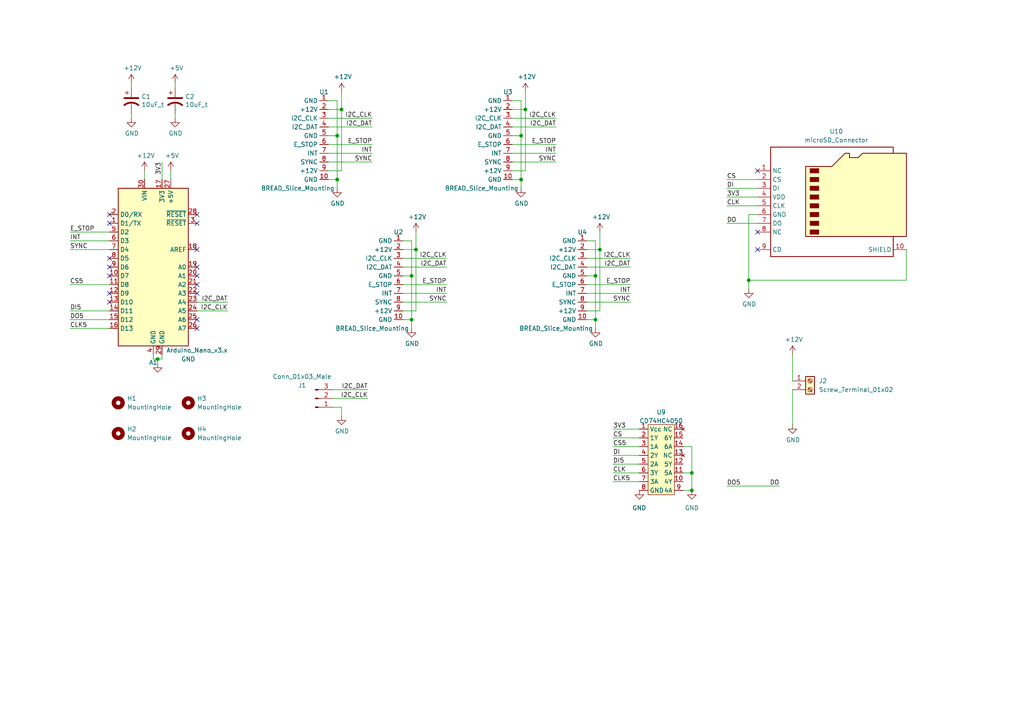
<source format=kicad_sch>
(kicad_sch (version 20211123) (generator eeschema)

  (uuid e63e39d7-6ac0-4ffd-8aa3-1841a4541b55)

  (paper "A4")

  (lib_symbols
    (symbol "BREAD_LOAF:microSD_Connector" (in_bom yes) (on_board yes)
      (property "Reference" "U?" (id 0) (at 22.86 19.05 0)
        (effects (font (size 1.27 1.27)))
      )
      (property "Value" "microSD_Connector" (id 1) (at 22.86 16.51 0)
        (effects (font (size 1.27 1.27)))
      )
      (property "Footprint" "" (id 2) (at 0 -10.16 0)
        (effects (font (size 1.27 1.27)) hide)
      )
      (property "Datasheet" "" (id 3) (at 0 -10.16 0)
        (effects (font (size 1.27 1.27)) hide)
      )
      (symbol "microSD_Connector_0_1"
        (polyline
          (pts
            (xy 39.37 12.7)
            (xy 39.37 14.478)
            (xy 3.81 14.478)
            (xy 3.81 -17.272)
            (xy 39.37 -17.272)
            (xy 39.37 -11.43)
          )
          (stroke (width 0.254) (type default) (color 0 0 0 0))
          (fill (type none))
        )
        (polyline
          (pts
            (xy 13.97 -11.43)
            (xy 13.97 8.89)
            (xy 21.59 8.89)
            (xy 25.4 12.7)
            (xy 26.67 12.7)
            (xy 26.67 11.43)
            (xy 29.21 11.43)
            (xy 30.48 12.7)
            (xy 43.18 12.7)
            (xy 43.18 -11.43)
            (xy 13.97 -11.43)
          )
          (stroke (width 0.254) (type default) (color 0 0 0 0))
          (fill (type background))
        )
        (rectangle (start 15.24 -9.525) (end 17.78 -10.795)
          (stroke (width 0) (type default) (color 0 0 0 0))
          (fill (type outline))
        )
        (rectangle (start 15.24 -6.985) (end 17.78 -8.255)
          (stroke (width 0) (type default) (color 0 0 0 0))
          (fill (type outline))
        )
        (rectangle (start 15.24 -4.445) (end 17.78 -5.715)
          (stroke (width 0) (type default) (color 0 0 0 0))
          (fill (type outline))
        )
        (rectangle (start 15.24 -1.905) (end 17.78 -3.175)
          (stroke (width 0) (type default) (color 0 0 0 0))
          (fill (type outline))
        )
        (rectangle (start 15.24 0.635) (end 17.78 -0.635)
          (stroke (width 0) (type default) (color 0 0 0 0))
          (fill (type outline))
        )
        (rectangle (start 15.24 3.175) (end 17.78 1.905)
          (stroke (width 0) (type default) (color 0 0 0 0))
          (fill (type outline))
        )
        (rectangle (start 15.24 5.715) (end 17.78 4.445)
          (stroke (width 0) (type default) (color 0 0 0 0))
          (fill (type outline))
        )
        (rectangle (start 15.24 8.255) (end 17.78 6.985)
          (stroke (width 0) (type default) (color 0 0 0 0))
          (fill (type outline))
        )
      )
      (symbol "microSD_Connector_1_1"
        (pin bidirectional line (at 0 7.62 0) (length 3.81)
          (name "NC" (effects (font (size 1.27 1.27))))
          (number "1" (effects (font (size 1.27 1.27))))
        )
        (pin passive line (at 43.18 -15.24 180) (length 3.81)
          (name "SHIELD" (effects (font (size 1.27 1.27))))
          (number "10" (effects (font (size 1.27 1.27))))
        )
        (pin bidirectional line (at 0 5.08 0) (length 3.81)
          (name "CS" (effects (font (size 1.27 1.27))))
          (number "2" (effects (font (size 1.27 1.27))))
        )
        (pin input line (at 0 2.54 0) (length 3.81)
          (name "DI" (effects (font (size 1.27 1.27))))
          (number "3" (effects (font (size 1.27 1.27))))
        )
        (pin power_in line (at 0 0 0) (length 3.81)
          (name "VDD" (effects (font (size 1.27 1.27))))
          (number "4" (effects (font (size 1.27 1.27))))
        )
        (pin input line (at 0 -2.54 0) (length 3.81)
          (name "CLK" (effects (font (size 1.27 1.27))))
          (number "5" (effects (font (size 1.27 1.27))))
        )
        (pin power_in line (at 0 -5.08 0) (length 3.81)
          (name "GND" (effects (font (size 1.27 1.27))))
          (number "6" (effects (font (size 1.27 1.27))))
        )
        (pin bidirectional line (at 0 -7.62 0) (length 3.81)
          (name "DO" (effects (font (size 1.27 1.27))))
          (number "7" (effects (font (size 1.27 1.27))))
        )
        (pin bidirectional line (at 0 -10.16 0) (length 3.81)
          (name "NC" (effects (font (size 1.27 1.27))))
          (number "8" (effects (font (size 1.27 1.27))))
        )
        (pin bidirectional line (at 0 -15.24 0) (length 3.81)
          (name "CD" (effects (font (size 1.27 1.27))))
          (number "9" (effects (font (size 1.27 1.27))))
        )
      )
    )
    (symbol "BREAD_Slice-rescue:10uF_t-OCI_UPL_2_Capacitors" (pin_numbers hide) (pin_names (offset 0.254) hide) (in_bom yes) (on_board yes)
      (property "Reference" "C" (id 0) (at 0.635 2.54 0)
        (effects (font (size 1.27 1.27)) (justify left))
      )
      (property "Value" "10uF_t-OCI_UPL_2_Capacitors" (id 1) (at 0.635 -2.54 0)
        (effects (font (size 1.27 1.27)) (justify left))
      )
      (property "Footprint" "OCI_UPL_FOOTPRINTS:C_2312" (id 2) (at 0 -6.35 0)
        (effects (font (size 0.762 0.762)) hide)
      )
      (property "Datasheet" "https://www.digikey.com/short/qcd8n7" (id 3) (at 0 5.08 0)
        (effects (font (size 0.762 0.762)) hide)
      )
      (property "Part #" "T491C106K025AT" (id 4) (at 0 6.35 0)
        (effects (font (size 0.762 0.762)) hide)
      )
      (property "UPL #" "2.021" (id 5) (at 0 -5.08 0)
        (effects (font (size 0.762 0.762)) hide)
      )
      (property "ki_fp_filters" "SMD*_Pol c_elec* C*elec TantalC* Elko* CP*" (id 6) (at 0 0 0)
        (effects (font (size 1.27 1.27)) hide)
      )
      (symbol "10uF_t-OCI_UPL_2_Capacitors_0_1"
        (polyline
          (pts
            (xy -2.032 0.762)
            (xy 2.032 0.762)
          )
          (stroke (width 0.508) (type default) (color 0 0 0 0))
          (fill (type none))
        )
        (polyline
          (pts
            (xy -1.778 2.286)
            (xy -0.762 2.286)
          )
          (stroke (width 0) (type default) (color 0 0 0 0))
          (fill (type none))
        )
        (polyline
          (pts
            (xy -1.27 1.778)
            (xy -1.27 2.794)
          )
          (stroke (width 0) (type default) (color 0 0 0 0))
          (fill (type none))
        )
        (arc (start 2.032 -1.27) (mid 0 -0.5572) (end -2.032 -1.27)
          (stroke (width 0.508) (type default) (color 0 0 0 0))
          (fill (type none))
        )
      )
      (symbol "10uF_t-OCI_UPL_2_Capacitors_1_1"
        (pin passive line (at 0 3.81 270) (length 2.794)
          (name "~" (effects (font (size 1.016 1.016))))
          (number "1" (effects (font (size 1.016 1.016))))
        )
        (pin passive line (at 0 -3.81 90) (length 3.302)
          (name "~" (effects (font (size 1.016 1.016))))
          (number "2" (effects (font (size 1.016 1.016))))
        )
      )
    )
    (symbol "Connector:Conn_01x03_Male" (pin_names (offset 1.016) hide) (in_bom yes) (on_board yes)
      (property "Reference" "J" (id 0) (at 0 5.08 0)
        (effects (font (size 1.27 1.27)))
      )
      (property "Value" "Conn_01x03_Male" (id 1) (at 0 -5.08 0)
        (effects (font (size 1.27 1.27)))
      )
      (property "Footprint" "" (id 2) (at 0 0 0)
        (effects (font (size 1.27 1.27)) hide)
      )
      (property "Datasheet" "~" (id 3) (at 0 0 0)
        (effects (font (size 1.27 1.27)) hide)
      )
      (property "ki_keywords" "connector" (id 4) (at 0 0 0)
        (effects (font (size 1.27 1.27)) hide)
      )
      (property "ki_description" "Generic connector, single row, 01x03, script generated (kicad-library-utils/schlib/autogen/connector/)" (id 5) (at 0 0 0)
        (effects (font (size 1.27 1.27)) hide)
      )
      (property "ki_fp_filters" "Connector*:*_1x??_*" (id 6) (at 0 0 0)
        (effects (font (size 1.27 1.27)) hide)
      )
      (symbol "Conn_01x03_Male_1_1"
        (polyline
          (pts
            (xy 1.27 -2.54)
            (xy 0.8636 -2.54)
          )
          (stroke (width 0.1524) (type default) (color 0 0 0 0))
          (fill (type none))
        )
        (polyline
          (pts
            (xy 1.27 0)
            (xy 0.8636 0)
          )
          (stroke (width 0.1524) (type default) (color 0 0 0 0))
          (fill (type none))
        )
        (polyline
          (pts
            (xy 1.27 2.54)
            (xy 0.8636 2.54)
          )
          (stroke (width 0.1524) (type default) (color 0 0 0 0))
          (fill (type none))
        )
        (rectangle (start 0.8636 -2.413) (end 0 -2.667)
          (stroke (width 0.1524) (type default) (color 0 0 0 0))
          (fill (type outline))
        )
        (rectangle (start 0.8636 0.127) (end 0 -0.127)
          (stroke (width 0.1524) (type default) (color 0 0 0 0))
          (fill (type outline))
        )
        (rectangle (start 0.8636 2.667) (end 0 2.413)
          (stroke (width 0.1524) (type default) (color 0 0 0 0))
          (fill (type outline))
        )
        (pin passive line (at 5.08 2.54 180) (length 3.81)
          (name "Pin_1" (effects (font (size 1.27 1.27))))
          (number "1" (effects (font (size 1.27 1.27))))
        )
        (pin passive line (at 5.08 0 180) (length 3.81)
          (name "Pin_2" (effects (font (size 1.27 1.27))))
          (number "2" (effects (font (size 1.27 1.27))))
        )
        (pin passive line (at 5.08 -2.54 180) (length 3.81)
          (name "Pin_3" (effects (font (size 1.27 1.27))))
          (number "3" (effects (font (size 1.27 1.27))))
        )
      )
    )
    (symbol "Connector:Screw_Terminal_01x02" (pin_names (offset 1.016) hide) (in_bom yes) (on_board yes)
      (property "Reference" "J" (id 0) (at 0 2.54 0)
        (effects (font (size 1.27 1.27)))
      )
      (property "Value" "Screw_Terminal_01x02" (id 1) (at 0 -5.08 0)
        (effects (font (size 1.27 1.27)))
      )
      (property "Footprint" "" (id 2) (at 0 0 0)
        (effects (font (size 1.27 1.27)) hide)
      )
      (property "Datasheet" "~" (id 3) (at 0 0 0)
        (effects (font (size 1.27 1.27)) hide)
      )
      (property "ki_keywords" "screw terminal" (id 4) (at 0 0 0)
        (effects (font (size 1.27 1.27)) hide)
      )
      (property "ki_description" "Generic screw terminal, single row, 01x02, script generated (kicad-library-utils/schlib/autogen/connector/)" (id 5) (at 0 0 0)
        (effects (font (size 1.27 1.27)) hide)
      )
      (property "ki_fp_filters" "TerminalBlock*:*" (id 6) (at 0 0 0)
        (effects (font (size 1.27 1.27)) hide)
      )
      (symbol "Screw_Terminal_01x02_1_1"
        (rectangle (start -1.27 1.27) (end 1.27 -3.81)
          (stroke (width 0.254) (type default) (color 0 0 0 0))
          (fill (type background))
        )
        (circle (center 0 -2.54) (radius 0.635)
          (stroke (width 0.1524) (type default) (color 0 0 0 0))
          (fill (type none))
        )
        (polyline
          (pts
            (xy -0.5334 -2.2098)
            (xy 0.3302 -3.048)
          )
          (stroke (width 0.1524) (type default) (color 0 0 0 0))
          (fill (type none))
        )
        (polyline
          (pts
            (xy -0.5334 0.3302)
            (xy 0.3302 -0.508)
          )
          (stroke (width 0.1524) (type default) (color 0 0 0 0))
          (fill (type none))
        )
        (polyline
          (pts
            (xy -0.3556 -2.032)
            (xy 0.508 -2.8702)
          )
          (stroke (width 0.1524) (type default) (color 0 0 0 0))
          (fill (type none))
        )
        (polyline
          (pts
            (xy -0.3556 0.508)
            (xy 0.508 -0.3302)
          )
          (stroke (width 0.1524) (type default) (color 0 0 0 0))
          (fill (type none))
        )
        (circle (center 0 0) (radius 0.635)
          (stroke (width 0.1524) (type default) (color 0 0 0 0))
          (fill (type none))
        )
        (pin passive line (at -5.08 0 0) (length 3.81)
          (name "Pin_1" (effects (font (size 1.27 1.27))))
          (number "1" (effects (font (size 1.27 1.27))))
        )
        (pin passive line (at -5.08 -2.54 0) (length 3.81)
          (name "Pin_2" (effects (font (size 1.27 1.27))))
          (number "2" (effects (font (size 1.27 1.27))))
        )
      )
    )
    (symbol "Custom_Components:BREAD_Slice_Mounting" (in_bom yes) (on_board yes)
      (property "Reference" "U" (id 0) (at 0 0 0)
        (effects (font (size 1.27 1.27)))
      )
      (property "Value" "BREAD_Slice_Mounting" (id 1) (at 0 -1.27 0)
        (effects (font (size 1.27 1.27)))
      )
      (property "Footprint" "Custom_Components:BREAD_Slice_Mounting" (id 2) (at 0 -3.81 0)
        (effects (font (size 1.27 1.27)) hide)
      )
      (property "Datasheet" "" (id 3) (at 0 0 0)
        (effects (font (size 1.27 1.27)) hide)
      )
      (symbol "BREAD_Slice_Mounting_1_1"
        (pin input line (at 2.54 25.4 180) (length 2.54)
          (name "GND" (effects (font (size 1.27 1.27))))
          (number "1" (effects (font (size 1.27 1.27))))
        )
        (pin input line (at 2.54 2.54 180) (length 2.54)
          (name "GND" (effects (font (size 1.27 1.27))))
          (number "10" (effects (font (size 1.27 1.27))))
        )
        (pin input line (at 2.54 22.86 180) (length 2.54)
          (name "+12V" (effects (font (size 1.27 1.27))))
          (number "2" (effects (font (size 1.27 1.27))))
        )
        (pin input line (at 2.54 20.32 180) (length 2.54)
          (name "I2C_CLK" (effects (font (size 1.27 1.27))))
          (number "3" (effects (font (size 1.27 1.27))))
        )
        (pin input line (at 2.54 17.78 180) (length 2.54)
          (name "I2C_DAT" (effects (font (size 1.27 1.27))))
          (number "4" (effects (font (size 1.27 1.27))))
        )
        (pin input line (at 2.54 15.24 180) (length 2.54)
          (name "GND" (effects (font (size 1.27 1.27))))
          (number "5" (effects (font (size 1.27 1.27))))
        )
        (pin input line (at 2.54 12.7 180) (length 2.54)
          (name "E_STOP" (effects (font (size 1.27 1.27))))
          (number "6" (effects (font (size 1.27 1.27))))
        )
        (pin input line (at 2.54 10.16 180) (length 2.54)
          (name "INT" (effects (font (size 1.27 1.27))))
          (number "7" (effects (font (size 1.27 1.27))))
        )
        (pin input line (at 2.54 7.62 180) (length 2.54)
          (name "SYNC" (effects (font (size 1.27 1.27))))
          (number "8" (effects (font (size 1.27 1.27))))
        )
        (pin input line (at 2.54 5.08 180) (length 2.54)
          (name "+12V" (effects (font (size 1.27 1.27))))
          (number "9" (effects (font (size 1.27 1.27))))
        )
      )
    )
    (symbol "Custom_Components:CD74HC4050" (in_bom yes) (on_board yes)
      (property "Reference" "U" (id 0) (at 0 0 0)
        (effects (font (size 1.27 1.27)))
      )
      (property "Value" "CD74HC4050" (id 1) (at 0 -2.54 0)
        (effects (font (size 1.27 1.27)))
      )
      (property "Footprint" "Package_DIP:DIP-16_W7.62mm_Socket_LongPads" (id 2) (at 0 0 0)
        (effects (font (size 1.27 1.27)) hide)
      )
      (property "Datasheet" "" (id 3) (at 0 0 0)
        (effects (font (size 1.27 1.27)) hide)
      )
      (symbol "CD74HC4050_0_0"
        (pin power_in line (at -6.35 20.32 0) (length 2.54)
          (name "Vcc" (effects (font (size 1.27 1.27))))
          (number "1" (effects (font (size 1.27 1.27))))
        )
        (pin input line (at 6.35 5.08 180) (length 2.54)
          (name "4Y" (effects (font (size 1.27 1.27))))
          (number "10" (effects (font (size 1.27 1.27))))
        )
        (pin output line (at 6.35 7.62 180) (length 2.54)
          (name "5A" (effects (font (size 1.27 1.27))))
          (number "11" (effects (font (size 1.27 1.27))))
        )
        (pin input line (at 6.35 10.16 180) (length 2.54)
          (name "5Y" (effects (font (size 1.27 1.27))))
          (number "12" (effects (font (size 1.27 1.27))))
        )
        (pin no_connect line (at 6.35 12.7 180) (length 2.54)
          (name "NC" (effects (font (size 1.27 1.27))))
          (number "13" (effects (font (size 1.27 1.27))))
        )
        (pin output line (at 6.35 15.24 180) (length 2.54)
          (name "6A" (effects (font (size 1.27 1.27))))
          (number "14" (effects (font (size 1.27 1.27))))
        )
        (pin input line (at 6.35 17.78 180) (length 2.54)
          (name "6Y" (effects (font (size 1.27 1.27))))
          (number "15" (effects (font (size 1.27 1.27))))
        )
        (pin no_connect line (at 6.35 20.32 180) (length 2.54)
          (name "NC" (effects (font (size 1.27 1.27))))
          (number "16" (effects (font (size 1.27 1.27))))
        )
        (pin output line (at -6.35 17.78 0) (length 2.54)
          (name "1Y" (effects (font (size 1.27 1.27))))
          (number "2" (effects (font (size 1.27 1.27))))
        )
        (pin input line (at -6.35 15.24 0) (length 2.54)
          (name "1A" (effects (font (size 1.27 1.27))))
          (number "3" (effects (font (size 1.27 1.27))))
        )
        (pin output line (at -6.35 12.7 0) (length 2.54)
          (name "2Y" (effects (font (size 1.27 1.27))))
          (number "4" (effects (font (size 1.27 1.27))))
        )
        (pin input line (at -6.35 10.16 0) (length 2.54)
          (name "2A" (effects (font (size 1.27 1.27))))
          (number "5" (effects (font (size 1.27 1.27))))
        )
        (pin output line (at -6.35 7.62 0) (length 2.54)
          (name "3Y" (effects (font (size 1.27 1.27))))
          (number "6" (effects (font (size 1.27 1.27))))
        )
        (pin input line (at -6.35 5.08 0) (length 2.54)
          (name "3A" (effects (font (size 1.27 1.27))))
          (number "7" (effects (font (size 1.27 1.27))))
        )
        (pin power_in line (at -6.35 2.54 0) (length 2.54)
          (name "GND" (effects (font (size 1.27 1.27))))
          (number "8" (effects (font (size 1.27 1.27))))
        )
        (pin output line (at 6.35 2.54 180) (length 2.54)
          (name "4A" (effects (font (size 1.27 1.27))))
          (number "9" (effects (font (size 1.27 1.27))))
        )
      )
      (symbol "CD74HC4050_0_1"
        (rectangle (start -3.81 21.59) (end 3.81 1.27)
          (stroke (width 0.1524) (type default) (color 0 0 0 0))
          (fill (type background))
        )
      )
    )
    (symbol "MCU_Module:Arduino_Nano_v3.x" (in_bom yes) (on_board yes)
      (property "Reference" "A" (id 0) (at -10.16 23.495 0)
        (effects (font (size 1.27 1.27)) (justify left bottom))
      )
      (property "Value" "Arduino_Nano_v3.x" (id 1) (at 5.08 -24.13 0)
        (effects (font (size 1.27 1.27)) (justify left top))
      )
      (property "Footprint" "Module:Arduino_Nano" (id 2) (at 0 0 0)
        (effects (font (size 1.27 1.27) italic) hide)
      )
      (property "Datasheet" "http://www.mouser.com/pdfdocs/Gravitech_Arduino_Nano3_0.pdf" (id 3) (at 0 0 0)
        (effects (font (size 1.27 1.27)) hide)
      )
      (property "ki_keywords" "Arduino nano microcontroller module USB" (id 4) (at 0 0 0)
        (effects (font (size 1.27 1.27)) hide)
      )
      (property "ki_description" "Arduino Nano v3.x" (id 5) (at 0 0 0)
        (effects (font (size 1.27 1.27)) hide)
      )
      (property "ki_fp_filters" "Arduino*Nano*" (id 6) (at 0 0 0)
        (effects (font (size 1.27 1.27)) hide)
      )
      (symbol "Arduino_Nano_v3.x_0_1"
        (rectangle (start -10.16 22.86) (end 10.16 -22.86)
          (stroke (width 0.254) (type default) (color 0 0 0 0))
          (fill (type background))
        )
      )
      (symbol "Arduino_Nano_v3.x_1_1"
        (pin bidirectional line (at -12.7 12.7 0) (length 2.54)
          (name "D1/TX" (effects (font (size 1.27 1.27))))
          (number "1" (effects (font (size 1.27 1.27))))
        )
        (pin bidirectional line (at -12.7 -2.54 0) (length 2.54)
          (name "D7" (effects (font (size 1.27 1.27))))
          (number "10" (effects (font (size 1.27 1.27))))
        )
        (pin bidirectional line (at -12.7 -5.08 0) (length 2.54)
          (name "D8" (effects (font (size 1.27 1.27))))
          (number "11" (effects (font (size 1.27 1.27))))
        )
        (pin bidirectional line (at -12.7 -7.62 0) (length 2.54)
          (name "D9" (effects (font (size 1.27 1.27))))
          (number "12" (effects (font (size 1.27 1.27))))
        )
        (pin bidirectional line (at -12.7 -10.16 0) (length 2.54)
          (name "D10" (effects (font (size 1.27 1.27))))
          (number "13" (effects (font (size 1.27 1.27))))
        )
        (pin bidirectional line (at -12.7 -12.7 0) (length 2.54)
          (name "D11" (effects (font (size 1.27 1.27))))
          (number "14" (effects (font (size 1.27 1.27))))
        )
        (pin bidirectional line (at -12.7 -15.24 0) (length 2.54)
          (name "D12" (effects (font (size 1.27 1.27))))
          (number "15" (effects (font (size 1.27 1.27))))
        )
        (pin bidirectional line (at -12.7 -17.78 0) (length 2.54)
          (name "D13" (effects (font (size 1.27 1.27))))
          (number "16" (effects (font (size 1.27 1.27))))
        )
        (pin power_out line (at 2.54 25.4 270) (length 2.54)
          (name "3V3" (effects (font (size 1.27 1.27))))
          (number "17" (effects (font (size 1.27 1.27))))
        )
        (pin input line (at 12.7 5.08 180) (length 2.54)
          (name "AREF" (effects (font (size 1.27 1.27))))
          (number "18" (effects (font (size 1.27 1.27))))
        )
        (pin bidirectional line (at 12.7 0 180) (length 2.54)
          (name "A0" (effects (font (size 1.27 1.27))))
          (number "19" (effects (font (size 1.27 1.27))))
        )
        (pin bidirectional line (at -12.7 15.24 0) (length 2.54)
          (name "D0/RX" (effects (font (size 1.27 1.27))))
          (number "2" (effects (font (size 1.27 1.27))))
        )
        (pin bidirectional line (at 12.7 -2.54 180) (length 2.54)
          (name "A1" (effects (font (size 1.27 1.27))))
          (number "20" (effects (font (size 1.27 1.27))))
        )
        (pin bidirectional line (at 12.7 -5.08 180) (length 2.54)
          (name "A2" (effects (font (size 1.27 1.27))))
          (number "21" (effects (font (size 1.27 1.27))))
        )
        (pin bidirectional line (at 12.7 -7.62 180) (length 2.54)
          (name "A3" (effects (font (size 1.27 1.27))))
          (number "22" (effects (font (size 1.27 1.27))))
        )
        (pin bidirectional line (at 12.7 -10.16 180) (length 2.54)
          (name "A4" (effects (font (size 1.27 1.27))))
          (number "23" (effects (font (size 1.27 1.27))))
        )
        (pin bidirectional line (at 12.7 -12.7 180) (length 2.54)
          (name "A5" (effects (font (size 1.27 1.27))))
          (number "24" (effects (font (size 1.27 1.27))))
        )
        (pin bidirectional line (at 12.7 -15.24 180) (length 2.54)
          (name "A6" (effects (font (size 1.27 1.27))))
          (number "25" (effects (font (size 1.27 1.27))))
        )
        (pin bidirectional line (at 12.7 -17.78 180) (length 2.54)
          (name "A7" (effects (font (size 1.27 1.27))))
          (number "26" (effects (font (size 1.27 1.27))))
        )
        (pin power_out line (at 5.08 25.4 270) (length 2.54)
          (name "+5V" (effects (font (size 1.27 1.27))))
          (number "27" (effects (font (size 1.27 1.27))))
        )
        (pin input line (at 12.7 15.24 180) (length 2.54)
          (name "~{RESET}" (effects (font (size 1.27 1.27))))
          (number "28" (effects (font (size 1.27 1.27))))
        )
        (pin power_in line (at 2.54 -25.4 90) (length 2.54)
          (name "GND" (effects (font (size 1.27 1.27))))
          (number "29" (effects (font (size 1.27 1.27))))
        )
        (pin input line (at 12.7 12.7 180) (length 2.54)
          (name "~{RESET}" (effects (font (size 1.27 1.27))))
          (number "3" (effects (font (size 1.27 1.27))))
        )
        (pin power_in line (at -2.54 25.4 270) (length 2.54)
          (name "VIN" (effects (font (size 1.27 1.27))))
          (number "30" (effects (font (size 1.27 1.27))))
        )
        (pin power_in line (at 0 -25.4 90) (length 2.54)
          (name "GND" (effects (font (size 1.27 1.27))))
          (number "4" (effects (font (size 1.27 1.27))))
        )
        (pin bidirectional line (at -12.7 10.16 0) (length 2.54)
          (name "D2" (effects (font (size 1.27 1.27))))
          (number "5" (effects (font (size 1.27 1.27))))
        )
        (pin bidirectional line (at -12.7 7.62 0) (length 2.54)
          (name "D3" (effects (font (size 1.27 1.27))))
          (number "6" (effects (font (size 1.27 1.27))))
        )
        (pin bidirectional line (at -12.7 5.08 0) (length 2.54)
          (name "D4" (effects (font (size 1.27 1.27))))
          (number "7" (effects (font (size 1.27 1.27))))
        )
        (pin bidirectional line (at -12.7 2.54 0) (length 2.54)
          (name "D5" (effects (font (size 1.27 1.27))))
          (number "8" (effects (font (size 1.27 1.27))))
        )
        (pin bidirectional line (at -12.7 0 0) (length 2.54)
          (name "D6" (effects (font (size 1.27 1.27))))
          (number "9" (effects (font (size 1.27 1.27))))
        )
      )
    )
    (symbol "Mechanical:MountingHole" (pin_names (offset 1.016)) (in_bom yes) (on_board yes)
      (property "Reference" "H" (id 0) (at 0 5.08 0)
        (effects (font (size 1.27 1.27)))
      )
      (property "Value" "MountingHole" (id 1) (at 0 3.175 0)
        (effects (font (size 1.27 1.27)))
      )
      (property "Footprint" "" (id 2) (at 0 0 0)
        (effects (font (size 1.27 1.27)) hide)
      )
      (property "Datasheet" "~" (id 3) (at 0 0 0)
        (effects (font (size 1.27 1.27)) hide)
      )
      (property "ki_keywords" "mounting hole" (id 4) (at 0 0 0)
        (effects (font (size 1.27 1.27)) hide)
      )
      (property "ki_description" "Mounting Hole without connection" (id 5) (at 0 0 0)
        (effects (font (size 1.27 1.27)) hide)
      )
      (property "ki_fp_filters" "MountingHole*" (id 6) (at 0 0 0)
        (effects (font (size 1.27 1.27)) hide)
      )
      (symbol "MountingHole_0_1"
        (circle (center 0 0) (radius 1.27)
          (stroke (width 1.27) (type default) (color 0 0 0 0))
          (fill (type none))
        )
      )
    )
    (symbol "power:+12V" (power) (pin_names (offset 0)) (in_bom yes) (on_board yes)
      (property "Reference" "#PWR" (id 0) (at 0 -3.81 0)
        (effects (font (size 1.27 1.27)) hide)
      )
      (property "Value" "+12V" (id 1) (at 0 3.556 0)
        (effects (font (size 1.27 1.27)))
      )
      (property "Footprint" "" (id 2) (at 0 0 0)
        (effects (font (size 1.27 1.27)) hide)
      )
      (property "Datasheet" "" (id 3) (at 0 0 0)
        (effects (font (size 1.27 1.27)) hide)
      )
      (property "ki_keywords" "power-flag" (id 4) (at 0 0 0)
        (effects (font (size 1.27 1.27)) hide)
      )
      (property "ki_description" "Power symbol creates a global label with name \"+12V\"" (id 5) (at 0 0 0)
        (effects (font (size 1.27 1.27)) hide)
      )
      (symbol "+12V_0_1"
        (polyline
          (pts
            (xy -0.762 1.27)
            (xy 0 2.54)
          )
          (stroke (width 0) (type default) (color 0 0 0 0))
          (fill (type none))
        )
        (polyline
          (pts
            (xy 0 0)
            (xy 0 2.54)
          )
          (stroke (width 0) (type default) (color 0 0 0 0))
          (fill (type none))
        )
        (polyline
          (pts
            (xy 0 2.54)
            (xy 0.762 1.27)
          )
          (stroke (width 0) (type default) (color 0 0 0 0))
          (fill (type none))
        )
      )
      (symbol "+12V_1_1"
        (pin power_in line (at 0 0 90) (length 0) hide
          (name "+12V" (effects (font (size 1.27 1.27))))
          (number "1" (effects (font (size 1.27 1.27))))
        )
      )
    )
    (symbol "power:+5V" (power) (pin_names (offset 0)) (in_bom yes) (on_board yes)
      (property "Reference" "#PWR" (id 0) (at 0 -3.81 0)
        (effects (font (size 1.27 1.27)) hide)
      )
      (property "Value" "+5V" (id 1) (at 0 3.556 0)
        (effects (font (size 1.27 1.27)))
      )
      (property "Footprint" "" (id 2) (at 0 0 0)
        (effects (font (size 1.27 1.27)) hide)
      )
      (property "Datasheet" "" (id 3) (at 0 0 0)
        (effects (font (size 1.27 1.27)) hide)
      )
      (property "ki_keywords" "power-flag" (id 4) (at 0 0 0)
        (effects (font (size 1.27 1.27)) hide)
      )
      (property "ki_description" "Power symbol creates a global label with name \"+5V\"" (id 5) (at 0 0 0)
        (effects (font (size 1.27 1.27)) hide)
      )
      (symbol "+5V_0_1"
        (polyline
          (pts
            (xy -0.762 1.27)
            (xy 0 2.54)
          )
          (stroke (width 0) (type default) (color 0 0 0 0))
          (fill (type none))
        )
        (polyline
          (pts
            (xy 0 0)
            (xy 0 2.54)
          )
          (stroke (width 0) (type default) (color 0 0 0 0))
          (fill (type none))
        )
        (polyline
          (pts
            (xy 0 2.54)
            (xy 0.762 1.27)
          )
          (stroke (width 0) (type default) (color 0 0 0 0))
          (fill (type none))
        )
      )
      (symbol "+5V_1_1"
        (pin power_in line (at 0 0 90) (length 0) hide
          (name "+5V" (effects (font (size 1.27 1.27))))
          (number "1" (effects (font (size 1.27 1.27))))
        )
      )
    )
    (symbol "power:GND" (power) (pin_names (offset 0)) (in_bom yes) (on_board yes)
      (property "Reference" "#PWR" (id 0) (at 0 -6.35 0)
        (effects (font (size 1.27 1.27)) hide)
      )
      (property "Value" "GND" (id 1) (at 0 -3.81 0)
        (effects (font (size 1.27 1.27)))
      )
      (property "Footprint" "" (id 2) (at 0 0 0)
        (effects (font (size 1.27 1.27)) hide)
      )
      (property "Datasheet" "" (id 3) (at 0 0 0)
        (effects (font (size 1.27 1.27)) hide)
      )
      (property "ki_keywords" "power-flag" (id 4) (at 0 0 0)
        (effects (font (size 1.27 1.27)) hide)
      )
      (property "ki_description" "Power symbol creates a global label with name \"GND\" , ground" (id 5) (at 0 0 0)
        (effects (font (size 1.27 1.27)) hide)
      )
      (symbol "GND_0_1"
        (polyline
          (pts
            (xy 0 0)
            (xy 0 -1.27)
            (xy 1.27 -1.27)
            (xy 0 -2.54)
            (xy -1.27 -1.27)
            (xy 0 -1.27)
          )
          (stroke (width 0) (type default) (color 0 0 0 0))
          (fill (type none))
        )
      )
      (symbol "GND_1_1"
        (pin power_in line (at 0 0 270) (length 0) hide
          (name "GND" (effects (font (size 1.27 1.27))))
          (number "1" (effects (font (size 1.27 1.27))))
        )
      )
    )
  )

  (junction (at 173.99 72.39) (diameter 0) (color 0 0 0 0)
    (uuid 26ac697d-b366-4707-b6a2-025df374518e)
  )
  (junction (at 97.79 39.37) (diameter 0) (color 0 0 0 0)
    (uuid 368b5878-b1a0-439b-9581-320c86d698c2)
  )
  (junction (at 200.66 137.16) (diameter 0) (color 0 0 0 0)
    (uuid 43797be8-9d42-485f-bc6b-0544d45927b2)
  )
  (junction (at 151.13 52.07) (diameter 0) (color 0 0 0 0)
    (uuid 4e7e4abf-37d8-4062-be95-87ac6fad91ae)
  )
  (junction (at 45.72 104.14) (diameter 0) (color 0 0 0 0)
    (uuid 5683492a-389e-4ac4-9c32-25f197b682fd)
  )
  (junction (at 120.65 72.39) (diameter 0) (color 0 0 0 0)
    (uuid 6af5bd13-ac55-4164-a0b4-1e5011eca014)
  )
  (junction (at 97.79 52.07) (diameter 0) (color 0 0 0 0)
    (uuid 74c335aa-b72b-4eb2-9d19-a4f6cc605120)
  )
  (junction (at 152.4 31.75) (diameter 0) (color 0 0 0 0)
    (uuid 82ac8cc0-0b10-48b7-a358-ca7d04a2b724)
  )
  (junction (at 119.38 92.71) (diameter 0) (color 0 0 0 0)
    (uuid ae586eb0-bc77-437a-9600-af3e635dd869)
  )
  (junction (at 151.13 39.37) (diameter 0) (color 0 0 0 0)
    (uuid b4ba9dfd-f6a3-45b5-bd0b-25c83fcd3d99)
  )
  (junction (at 172.72 92.71) (diameter 0) (color 0 0 0 0)
    (uuid c70e62da-ce44-443c-aec0-00faf47a0224)
  )
  (junction (at 217.17 81.28) (diameter 0) (color 0 0 0 0)
    (uuid d5122849-3f34-4f54-b46f-c0e43d919b9e)
  )
  (junction (at 99.06 31.75) (diameter 0) (color 0 0 0 0)
    (uuid d6ddd741-ceda-41ea-b19a-17e6cb0bbf0d)
  )
  (junction (at 119.38 80.01) (diameter 0) (color 0 0 0 0)
    (uuid e3159fc2-e077-40b4-a7d7-38b7559f3c41)
  )
  (junction (at 172.72 80.01) (diameter 0) (color 0 0 0 0)
    (uuid f839b187-c673-49e4-bbc4-78d387046f7d)
  )
  (junction (at 200.66 142.24) (diameter 0) (color 0 0 0 0)
    (uuid ff2bdbb5-a12d-435c-b35b-55ddaa72a977)
  )

  (no_connect (at 57.15 80.01) (uuid 022a97fa-643b-4302-b44c-26a956146db7))
  (no_connect (at 31.75 74.93) (uuid 0530af74-8d1f-4140-b5a9-fbe4d930f2d6))
  (no_connect (at 219.71 72.39) (uuid 1b53e14b-e9c6-4f44-9fb0-d614e68927ca))
  (no_connect (at 57.15 82.55) (uuid 1d27c77d-c33f-442a-bd7b-7b44d10eb43c))
  (no_connect (at 57.15 62.23) (uuid 33529587-bbb4-4ca0-bcdf-15fd64295461))
  (no_connect (at 57.15 72.39) (uuid 4227d0f4-4162-4ece-9ec9-195feb76c6dd))
  (no_connect (at 31.75 80.01) (uuid 516c1522-ced6-4dae-8272-163c4e0afed5))
  (no_connect (at 31.75 77.47) (uuid 516c1522-ced6-4dae-8272-163c4e0afed6))
  (no_connect (at 31.75 85.09) (uuid 7134724f-277a-4c58-bbec-7ceaf30b9ed0))
  (no_connect (at 31.75 62.23) (uuid 74af2b77-c1c9-4eae-bff8-96bc046b8c06))
  (no_connect (at 219.71 67.31) (uuid 78d4b92d-4110-4ef4-800c-c492d20e2c75))
  (no_connect (at 219.71 49.53) (uuid 78d4b92d-4110-4ef4-800c-c492d20e2c76))
  (no_connect (at 57.15 77.47) (uuid 8a51259a-0b00-485b-ae12-40bbbcbb1fbf))
  (no_connect (at 31.75 64.77) (uuid 8e63c288-73a9-425f-b92a-2acba82b2a8c))
  (no_connect (at 57.15 85.09) (uuid a61b8793-ec96-4e3b-97b0-2185f1c8bd47))
  (no_connect (at 57.15 92.71) (uuid a756a3d8-e7f6-433b-b40a-4f16e0acf771))
  (no_connect (at 57.15 64.77) (uuid af344df5-f8f1-4300-8c40-51d1681a9cb2))
  (no_connect (at 31.75 87.63) (uuid d239e1a3-08c8-45e2-9959-7e4e5303b2cf))
  (no_connect (at 57.15 95.25) (uuid e196416c-d4d1-42d4-979d-990a370627ba))

  (wire (pts (xy 177.8 129.54) (xy 185.42 129.54))
    (stroke (width 0) (type default) (color 0 0 0 0))
    (uuid 02d634e8-369d-4299-bfb8-84f5f5fe544f)
  )
  (wire (pts (xy 20.32 92.71) (xy 31.75 92.71))
    (stroke (width 0) (type default) (color 0 0 0 0))
    (uuid 02ff8df8-9893-474d-91e8-fea3270f7696)
  )
  (wire (pts (xy 120.65 90.17) (xy 116.84 90.17))
    (stroke (width 0) (type default) (color 0 0 0 0))
    (uuid 03ba434c-de34-44d9-b04b-0b6459ece4ae)
  )
  (wire (pts (xy 95.25 39.37) (xy 97.79 39.37))
    (stroke (width 0) (type default) (color 0 0 0 0))
    (uuid 06552a9a-6350-41c0-9a41-30bab053930c)
  )
  (wire (pts (xy 161.29 36.83) (xy 148.59 36.83))
    (stroke (width 0) (type default) (color 0 0 0 0))
    (uuid 07692acd-df22-42b6-99ae-05d5fbde496a)
  )
  (wire (pts (xy 172.72 80.01) (xy 172.72 92.71))
    (stroke (width 0) (type default) (color 0 0 0 0))
    (uuid 0f2afe6f-379f-47d0-8092-8701609ee4a6)
  )
  (wire (pts (xy 177.8 124.46) (xy 185.42 124.46))
    (stroke (width 0) (type default) (color 0 0 0 0))
    (uuid 132d68ef-04e0-4c7a-8b3f-7a3077a7bbbc)
  )
  (wire (pts (xy 116.84 87.63) (xy 129.54 87.63))
    (stroke (width 0) (type default) (color 0 0 0 0))
    (uuid 17abc7b7-41a6-42d1-bc7b-f475b0345b01)
  )
  (wire (pts (xy 152.4 31.75) (xy 152.4 49.53))
    (stroke (width 0) (type default) (color 0 0 0 0))
    (uuid 19274e56-02f2-4c03-ac1c-905d861f341d)
  )
  (wire (pts (xy 151.13 52.07) (xy 151.13 54.61))
    (stroke (width 0) (type default) (color 0 0 0 0))
    (uuid 1c7d8299-6b5a-476a-86ba-1d5d1ddde519)
  )
  (wire (pts (xy 97.79 39.37) (xy 97.79 29.21))
    (stroke (width 0) (type default) (color 0 0 0 0))
    (uuid 1c95198c-3fb9-41eb-b19f-5eccd97c1473)
  )
  (wire (pts (xy 170.18 87.63) (xy 182.88 87.63))
    (stroke (width 0) (type default) (color 0 0 0 0))
    (uuid 1cb90ce4-cf2a-4f56-afc5-1a491c09cd7f)
  )
  (wire (pts (xy 116.84 74.93) (xy 129.54 74.93))
    (stroke (width 0) (type default) (color 0 0 0 0))
    (uuid 1e3c182a-3b5b-4870-afd8-d7d303e020ac)
  )
  (wire (pts (xy 116.84 77.47) (xy 129.54 77.47))
    (stroke (width 0) (type default) (color 0 0 0 0))
    (uuid 2439bbd2-6700-4ee0-9b66-a44c7580cd4e)
  )
  (wire (pts (xy 119.38 80.01) (xy 119.38 92.71))
    (stroke (width 0) (type default) (color 0 0 0 0))
    (uuid 2ef5db64-5b39-4927-a368-f979567e2043)
  )
  (wire (pts (xy 38.1 34.29) (xy 38.1 33.02))
    (stroke (width 0) (type default) (color 0 0 0 0))
    (uuid 2f680110-9ea0-4f48-b5a6-990648d3cde2)
  )
  (wire (pts (xy 99.06 118.11) (xy 99.06 120.65))
    (stroke (width 0) (type default) (color 0 0 0 0))
    (uuid 3030b2e5-e476-4111-8069-0a78cfd7f7be)
  )
  (wire (pts (xy 170.18 80.01) (xy 172.72 80.01))
    (stroke (width 0) (type default) (color 0 0 0 0))
    (uuid 3094a61a-f01e-49f0-9a23-7265c09394f7)
  )
  (wire (pts (xy 148.59 44.45) (xy 161.29 44.45))
    (stroke (width 0) (type default) (color 0 0 0 0))
    (uuid 30aad354-f659-4962-8ba3-32f351d490c0)
  )
  (wire (pts (xy 217.17 62.23) (xy 219.71 62.23))
    (stroke (width 0) (type default) (color 0 0 0 0))
    (uuid 3104ea19-8581-4d46-ac50-f847fc5cfaa7)
  )
  (wire (pts (xy 44.45 102.87) (xy 44.45 104.14))
    (stroke (width 0) (type default) (color 0 0 0 0))
    (uuid 32f708e0-df94-44e7-a6ae-cda54a0cd338)
  )
  (wire (pts (xy 120.65 67.31) (xy 120.65 72.39))
    (stroke (width 0) (type default) (color 0 0 0 0))
    (uuid 352fbff6-5cb1-4fb5-a52f-b747fb7e5979)
  )
  (wire (pts (xy 99.06 31.75) (xy 99.06 49.53))
    (stroke (width 0) (type default) (color 0 0 0 0))
    (uuid 36447e84-a7bf-4dc6-89ab-9d349f250c17)
  )
  (wire (pts (xy 148.59 31.75) (xy 152.4 31.75))
    (stroke (width 0) (type default) (color 0 0 0 0))
    (uuid 3931e2ff-188e-452f-bab0-35151dc92f76)
  )
  (wire (pts (xy 49.53 49.53) (xy 49.53 52.07))
    (stroke (width 0) (type default) (color 0 0 0 0))
    (uuid 3adffa25-31fb-4382-82fd-edd96b480895)
  )
  (wire (pts (xy 148.59 52.07) (xy 151.13 52.07))
    (stroke (width 0) (type default) (color 0 0 0 0))
    (uuid 3d45fc2a-626e-432b-8455-efdeaa19e636)
  )
  (wire (pts (xy 119.38 92.71) (xy 119.38 95.25))
    (stroke (width 0) (type default) (color 0 0 0 0))
    (uuid 3f8164d6-3720-4d55-b1d5-62c499e076d2)
  )
  (wire (pts (xy 148.59 46.99) (xy 161.29 46.99))
    (stroke (width 0) (type default) (color 0 0 0 0))
    (uuid 40ca69cc-5122-41ab-a4ee-b5af8c1d68be)
  )
  (wire (pts (xy 200.66 129.54) (xy 200.66 137.16))
    (stroke (width 0) (type default) (color 0 0 0 0))
    (uuid 436f812d-909c-4e3f-a49b-dcc6cd7e3bb4)
  )
  (wire (pts (xy 152.4 26.67) (xy 152.4 31.75))
    (stroke (width 0) (type default) (color 0 0 0 0))
    (uuid 442625ff-e105-479e-a3ca-b1a81a6dffa6)
  )
  (wire (pts (xy 198.12 142.24) (xy 200.66 142.24))
    (stroke (width 0) (type default) (color 0 0 0 0))
    (uuid 46022869-9d4b-45dd-b127-51ad22283dec)
  )
  (wire (pts (xy 172.72 80.01) (xy 172.72 69.85))
    (stroke (width 0) (type default) (color 0 0 0 0))
    (uuid 46f866c7-6ecf-4244-ad04-ec5900e05e6f)
  )
  (wire (pts (xy 210.82 52.07) (xy 219.71 52.07))
    (stroke (width 0) (type default) (color 0 0 0 0))
    (uuid 49b720aa-bb37-407e-a37b-26002e063866)
  )
  (wire (pts (xy 96.52 118.11) (xy 99.06 118.11))
    (stroke (width 0) (type default) (color 0 0 0 0))
    (uuid 4d6e7593-5db0-439b-b5fa-1a63df3ad67e)
  )
  (wire (pts (xy 198.12 137.16) (xy 200.66 137.16))
    (stroke (width 0) (type default) (color 0 0 0 0))
    (uuid 50a71b10-b143-4c19-9603-60027a42589c)
  )
  (wire (pts (xy 172.72 92.71) (xy 172.72 95.25))
    (stroke (width 0) (type default) (color 0 0 0 0))
    (uuid 51ba67bb-898f-42a5-bf53-dee7a2de7f65)
  )
  (wire (pts (xy 50.8 34.29) (xy 50.8 33.02))
    (stroke (width 0) (type default) (color 0 0 0 0))
    (uuid 59b84cf5-8fad-4fea-b0b7-c97376d20370)
  )
  (wire (pts (xy 95.25 46.99) (xy 107.95 46.99))
    (stroke (width 0) (type default) (color 0 0 0 0))
    (uuid 5b3893c6-e4cc-4fa9-be23-63d62d12d2ee)
  )
  (wire (pts (xy 177.8 127) (xy 185.42 127))
    (stroke (width 0) (type default) (color 0 0 0 0))
    (uuid 5fc33b8f-eade-46f2-9bb3-c3c64696be5f)
  )
  (wire (pts (xy 217.17 62.23) (xy 217.17 81.28))
    (stroke (width 0) (type default) (color 0 0 0 0))
    (uuid 624fa5cd-28dd-4261-b074-99df2fea99ea)
  )
  (wire (pts (xy 200.66 137.16) (xy 200.66 142.24))
    (stroke (width 0) (type default) (color 0 0 0 0))
    (uuid 62d4e682-94b8-45d0-8e63-a198dc7635b2)
  )
  (wire (pts (xy 177.8 134.62) (xy 185.42 134.62))
    (stroke (width 0) (type default) (color 0 0 0 0))
    (uuid 646ea358-3d2f-4b61-b34e-bf0ab57227f8)
  )
  (wire (pts (xy 177.8 137.16) (xy 185.42 137.16))
    (stroke (width 0) (type default) (color 0 0 0 0))
    (uuid 66570216-7e24-4700-aec2-070e3dc80b77)
  )
  (wire (pts (xy 20.32 95.25) (xy 31.75 95.25))
    (stroke (width 0) (type default) (color 0 0 0 0))
    (uuid 675cfbd2-e790-4842-b368-f626e1795786)
  )
  (wire (pts (xy 96.52 113.03) (xy 106.68 113.03))
    (stroke (width 0) (type default) (color 0 0 0 0))
    (uuid 689891ac-5e99-4712-93a8-d6b1b3ceb928)
  )
  (wire (pts (xy 46.99 46.99) (xy 46.99 52.07))
    (stroke (width 0) (type default) (color 0 0 0 0))
    (uuid 69e03e34-913d-485e-8a01-633f9d2ea3ba)
  )
  (wire (pts (xy 95.25 52.07) (xy 97.79 52.07))
    (stroke (width 0) (type default) (color 0 0 0 0))
    (uuid 6ca0dd43-dad6-4184-8e34-870ea73b6d62)
  )
  (wire (pts (xy 170.18 90.17) (xy 173.99 90.17))
    (stroke (width 0) (type default) (color 0 0 0 0))
    (uuid 6da909da-367f-4ee5-89da-f7e1ab6d4216)
  )
  (wire (pts (xy 170.18 77.47) (xy 182.88 77.47))
    (stroke (width 0) (type default) (color 0 0 0 0))
    (uuid 7098297a-faef-433c-9d4a-4f5710a68e15)
  )
  (wire (pts (xy 99.06 26.67) (xy 99.06 31.75))
    (stroke (width 0) (type default) (color 0 0 0 0))
    (uuid 71e100e9-7680-4270-8877-b36124f1a5d1)
  )
  (wire (pts (xy 116.84 72.39) (xy 120.65 72.39))
    (stroke (width 0) (type default) (color 0 0 0 0))
    (uuid 7623eb60-3d87-4126-a90e-9dec63448cfc)
  )
  (wire (pts (xy 172.72 69.85) (xy 170.18 69.85))
    (stroke (width 0) (type default) (color 0 0 0 0))
    (uuid 76488d69-e714-4cca-847b-80efad2d6297)
  )
  (wire (pts (xy 107.95 36.83) (xy 95.25 36.83))
    (stroke (width 0) (type default) (color 0 0 0 0))
    (uuid 77da599b-72d7-45ce-bba9-e149c594207f)
  )
  (wire (pts (xy 198.12 129.54) (xy 200.66 129.54))
    (stroke (width 0) (type default) (color 0 0 0 0))
    (uuid 7ce9a615-ce61-4432-a3e5-0f41fb589826)
  )
  (wire (pts (xy 177.8 139.7) (xy 185.42 139.7))
    (stroke (width 0) (type default) (color 0 0 0 0))
    (uuid 7eb20bd8-b3cd-4557-b4c4-923fe1e1292a)
  )
  (wire (pts (xy 173.99 67.31) (xy 173.99 72.39))
    (stroke (width 0) (type default) (color 0 0 0 0))
    (uuid 7f553c64-8956-4dbc-8211-6243f69be857)
  )
  (wire (pts (xy 161.29 34.29) (xy 148.59 34.29))
    (stroke (width 0) (type default) (color 0 0 0 0))
    (uuid 8011be8d-43ed-4481-b304-be770988cbe9)
  )
  (wire (pts (xy 210.82 140.97) (xy 226.06 140.97))
    (stroke (width 0) (type default) (color 0 0 0 0))
    (uuid 840a1e2e-f397-48a7-b699-4032dcccb787)
  )
  (wire (pts (xy 262.89 72.39) (xy 262.89 81.28))
    (stroke (width 0) (type default) (color 0 0 0 0))
    (uuid 845984cb-9f63-49b1-9015-e0a7f613f8e8)
  )
  (wire (pts (xy 97.79 52.07) (xy 97.79 54.61))
    (stroke (width 0) (type default) (color 0 0 0 0))
    (uuid 868ef6df-c040-485c-b200-07a5bb2a8388)
  )
  (wire (pts (xy 173.99 90.17) (xy 173.99 72.39))
    (stroke (width 0) (type default) (color 0 0 0 0))
    (uuid 88c431cc-2491-4105-bd36-c8a58898c17e)
  )
  (wire (pts (xy 217.17 81.28) (xy 217.17 83.82))
    (stroke (width 0) (type default) (color 0 0 0 0))
    (uuid 8a30aef2-1c86-404c-a277-6e3e2ee5881f)
  )
  (wire (pts (xy 170.18 82.55) (xy 182.88 82.55))
    (stroke (width 0) (type default) (color 0 0 0 0))
    (uuid 8a349ad4-c825-4e9b-8a78-7b8468a25c23)
  )
  (wire (pts (xy 46.99 104.14) (xy 46.99 102.87))
    (stroke (width 0) (type default) (color 0 0 0 0))
    (uuid 91fb974e-99de-4e0c-bee5-7a6f88905951)
  )
  (wire (pts (xy 41.91 49.53) (xy 41.91 52.07))
    (stroke (width 0) (type default) (color 0 0 0 0))
    (uuid 94948756-7c1a-45cf-a5a0-6bfd584eaefe)
  )
  (wire (pts (xy 66.04 87.63) (xy 57.15 87.63))
    (stroke (width 0) (type default) (color 0 0 0 0))
    (uuid 96374473-4362-411d-b4dc-bccaa7bf9f33)
  )
  (wire (pts (xy 20.32 72.39) (xy 31.75 72.39))
    (stroke (width 0) (type default) (color 0 0 0 0))
    (uuid 98601396-516b-4f99-b971-aae10874eaa3)
  )
  (wire (pts (xy 97.79 29.21) (xy 95.25 29.21))
    (stroke (width 0) (type default) (color 0 0 0 0))
    (uuid 991913c0-e02b-45c3-8d4e-2f0c8fae6472)
  )
  (wire (pts (xy 229.87 113.03) (xy 229.87 123.19))
    (stroke (width 0) (type default) (color 0 0 0 0))
    (uuid 9d22cb00-33be-41a0-ad7c-78a81c1c1515)
  )
  (wire (pts (xy 20.32 69.85) (xy 31.75 69.85))
    (stroke (width 0) (type default) (color 0 0 0 0))
    (uuid a0007471-c831-4cb1-9696-d917fe483ac9)
  )
  (wire (pts (xy 20.32 82.55) (xy 31.75 82.55))
    (stroke (width 0) (type default) (color 0 0 0 0))
    (uuid a3017b88-9d5e-4926-a2d5-93cfc5255755)
  )
  (wire (pts (xy 177.8 132.08) (xy 185.42 132.08))
    (stroke (width 0) (type default) (color 0 0 0 0))
    (uuid a4368ffa-7c2e-46bf-acfa-56373fefb2b2)
  )
  (wire (pts (xy 31.75 67.31) (xy 20.32 67.31))
    (stroke (width 0) (type default) (color 0 0 0 0))
    (uuid aa76f3ed-6f50-4f29-b290-276b3f3318d1)
  )
  (wire (pts (xy 170.18 74.93) (xy 182.88 74.93))
    (stroke (width 0) (type default) (color 0 0 0 0))
    (uuid b0fabf28-a1b7-4d86-a06c-6a42af142cbd)
  )
  (wire (pts (xy 151.13 39.37) (xy 151.13 29.21))
    (stroke (width 0) (type default) (color 0 0 0 0))
    (uuid b132d5d9-75fb-4ac0-b384-a34cd06b4754)
  )
  (wire (pts (xy 20.32 90.17) (xy 31.75 90.17))
    (stroke (width 0) (type default) (color 0 0 0 0))
    (uuid b2c97a4d-1a3e-43eb-b988-978a1cc1702d)
  )
  (wire (pts (xy 96.52 115.57) (xy 106.68 115.57))
    (stroke (width 0) (type default) (color 0 0 0 0))
    (uuid ba81a0fe-ad39-4868-bd58-1fab71e85c5d)
  )
  (wire (pts (xy 229.87 102.87) (xy 229.87 110.49))
    (stroke (width 0) (type default) (color 0 0 0 0))
    (uuid bb0cef34-b948-499e-ac21-85522eb861fb)
  )
  (wire (pts (xy 97.79 39.37) (xy 97.79 52.07))
    (stroke (width 0) (type default) (color 0 0 0 0))
    (uuid bbc19b8a-8f68-476e-b4d8-9897b351ae57)
  )
  (wire (pts (xy 95.25 44.45) (xy 107.95 44.45))
    (stroke (width 0) (type default) (color 0 0 0 0))
    (uuid c5500aa7-533e-4660-a458-6bb3014c7d4e)
  )
  (wire (pts (xy 210.82 57.15) (xy 219.71 57.15))
    (stroke (width 0) (type default) (color 0 0 0 0))
    (uuid c5b99a9e-3c06-4c5f-92b4-014cc56e0e5a)
  )
  (wire (pts (xy 210.82 54.61) (xy 219.71 54.61))
    (stroke (width 0) (type default) (color 0 0 0 0))
    (uuid c9171de3-ea87-4344-a04d-0b2661517f24)
  )
  (wire (pts (xy 45.72 104.14) (xy 45.72 105.41))
    (stroke (width 0) (type default) (color 0 0 0 0))
    (uuid cd8ed60e-d385-4272-94f7-c73fbc71c4e7)
  )
  (wire (pts (xy 119.38 80.01) (xy 119.38 69.85))
    (stroke (width 0) (type default) (color 0 0 0 0))
    (uuid d0012849-5053-4380-b91d-f24fe99f9448)
  )
  (wire (pts (xy 45.72 104.14) (xy 46.99 104.14))
    (stroke (width 0) (type default) (color 0 0 0 0))
    (uuid d1b90760-3603-4cfd-ab0e-dd699ddbbb82)
  )
  (wire (pts (xy 170.18 72.39) (xy 173.99 72.39))
    (stroke (width 0) (type default) (color 0 0 0 0))
    (uuid d20e502c-8e0d-411e-9dfd-849286d6f8b1)
  )
  (wire (pts (xy 151.13 39.37) (xy 151.13 52.07))
    (stroke (width 0) (type default) (color 0 0 0 0))
    (uuid d3ced506-e7a5-40d2-85dd-c6733de848cd)
  )
  (wire (pts (xy 210.82 59.69) (xy 219.71 59.69))
    (stroke (width 0) (type default) (color 0 0 0 0))
    (uuid d6d30d6a-9dd5-4110-8701-d64575930ee9)
  )
  (wire (pts (xy 116.84 82.55) (xy 129.54 82.55))
    (stroke (width 0) (type default) (color 0 0 0 0))
    (uuid da4ad6f3-5f0a-4c19-ae8d-5aa0f1ec37b7)
  )
  (wire (pts (xy 44.45 104.14) (xy 45.72 104.14))
    (stroke (width 0) (type default) (color 0 0 0 0))
    (uuid db03190e-bc4a-40e3-ac97-45f05ba708cb)
  )
  (wire (pts (xy 120.65 72.39) (xy 120.65 90.17))
    (stroke (width 0) (type default) (color 0 0 0 0))
    (uuid de03c647-eddb-4323-b55b-65e96098ebb8)
  )
  (wire (pts (xy 107.95 34.29) (xy 95.25 34.29))
    (stroke (width 0) (type default) (color 0 0 0 0))
    (uuid de6931b9-4ae2-47dd-acc8-aa1061a02156)
  )
  (wire (pts (xy 50.8 25.4) (xy 50.8 24.13))
    (stroke (width 0) (type default) (color 0 0 0 0))
    (uuid e0e4f26b-9768-45ce-836e-303c9ffcd23d)
  )
  (wire (pts (xy 152.4 49.53) (xy 148.59 49.53))
    (stroke (width 0) (type default) (color 0 0 0 0))
    (uuid e1553815-887d-4c51-8054-a0c626ee0d74)
  )
  (wire (pts (xy 116.84 92.71) (xy 119.38 92.71))
    (stroke (width 0) (type default) (color 0 0 0 0))
    (uuid e1ec3f27-78d6-482e-ba4d-793628a0fb56)
  )
  (wire (pts (xy 217.17 81.28) (xy 262.89 81.28))
    (stroke (width 0) (type default) (color 0 0 0 0))
    (uuid e3807980-a1cd-416c-873b-dd543df8b2fd)
  )
  (wire (pts (xy 116.84 80.01) (xy 119.38 80.01))
    (stroke (width 0) (type default) (color 0 0 0 0))
    (uuid e4ef0313-f775-4940-bfbe-969691f6b19f)
  )
  (wire (pts (xy 95.25 31.75) (xy 99.06 31.75))
    (stroke (width 0) (type default) (color 0 0 0 0))
    (uuid e6c4ab52-5aec-4a6f-a930-c0d76ac5ca30)
  )
  (wire (pts (xy 38.1 25.4) (xy 38.1 24.13))
    (stroke (width 0) (type default) (color 0 0 0 0))
    (uuid edff7200-18c6-4e0c-99f9-a118fc24b63a)
  )
  (wire (pts (xy 151.13 29.21) (xy 148.59 29.21))
    (stroke (width 0) (type default) (color 0 0 0 0))
    (uuid f00e41a2-3943-48a6-b905-d09cff685c8c)
  )
  (wire (pts (xy 148.59 39.37) (xy 151.13 39.37))
    (stroke (width 0) (type default) (color 0 0 0 0))
    (uuid f02bcad4-c35b-4c1e-b361-a84cb86822ec)
  )
  (wire (pts (xy 57.15 90.17) (xy 66.04 90.17))
    (stroke (width 0) (type default) (color 0 0 0 0))
    (uuid f3749464-3429-4e5d-8e9e-7776a190bf7c)
  )
  (wire (pts (xy 99.06 49.53) (xy 95.25 49.53))
    (stroke (width 0) (type default) (color 0 0 0 0))
    (uuid f41a2d6a-66db-48d1-8aa3-0541ad14dfd7)
  )
  (wire (pts (xy 119.38 69.85) (xy 116.84 69.85))
    (stroke (width 0) (type default) (color 0 0 0 0))
    (uuid f43e7658-476d-4078-b95b-073e3798905b)
  )
  (wire (pts (xy 170.18 92.71) (xy 172.72 92.71))
    (stroke (width 0) (type default) (color 0 0 0 0))
    (uuid f7bfa9ad-ca26-4c39-8a4d-7d5a5fc824c7)
  )
  (wire (pts (xy 116.84 85.09) (xy 129.54 85.09))
    (stroke (width 0) (type default) (color 0 0 0 0))
    (uuid f8cf5e51-1a20-4a08-b82a-66d3efe9d86c)
  )
  (wire (pts (xy 210.82 64.77) (xy 219.71 64.77))
    (stroke (width 0) (type default) (color 0 0 0 0))
    (uuid fc4d5e2d-fe28-4a0f-a985-c25ec9fd6a8c)
  )
  (wire (pts (xy 170.18 85.09) (xy 182.88 85.09))
    (stroke (width 0) (type default) (color 0 0 0 0))
    (uuid fe94c500-4723-4940-b5d8-70f2101badee)
  )
  (wire (pts (xy 95.25 41.91) (xy 107.95 41.91))
    (stroke (width 0) (type default) (color 0 0 0 0))
    (uuid fedd826e-74ae-4512-8096-f38aaffedb7c)
  )
  (wire (pts (xy 148.59 41.91) (xy 161.29 41.91))
    (stroke (width 0) (type default) (color 0 0 0 0))
    (uuid ff0cc134-7c76-46f5-8168-386778db5317)
  )

  (label "SYNC" (at 161.29 46.99 180)
    (effects (font (size 1.27 1.27)) (justify right bottom))
    (uuid 022b0300-c8f8-48b2-9d2c-ae80ff824354)
  )
  (label "SYNC" (at 129.54 87.63 180)
    (effects (font (size 1.27 1.27)) (justify right bottom))
    (uuid 12a205b4-9f3b-4d1c-b80b-efc9c8e625b6)
  )
  (label "CLK5" (at 177.8 139.7 0)
    (effects (font (size 1.27 1.27)) (justify left bottom))
    (uuid 14f9d961-322f-4f18-b77b-f8ddc148cace)
  )
  (label "DO" (at 210.82 64.77 0)
    (effects (font (size 1.27 1.27)) (justify left bottom))
    (uuid 1fc432d2-6b4d-406b-8934-e513076f673b)
  )
  (label "DO5" (at 210.82 140.97 0)
    (effects (font (size 1.27 1.27)) (justify left bottom))
    (uuid 21e20239-259f-48aa-9a11-60b8ab56fae5)
  )
  (label "I2C_DAT" (at 66.04 87.63 180)
    (effects (font (size 1.27 1.27)) (justify right bottom))
    (uuid 22a8e1bc-22fb-4e62-add4-2ae0c07ce05c)
  )
  (label "CLK" (at 177.8 137.16 0)
    (effects (font (size 1.27 1.27)) (justify left bottom))
    (uuid 24450e04-4506-4bde-8262-d3d76256bcb4)
  )
  (label "DO" (at 226.06 140.97 180)
    (effects (font (size 1.27 1.27)) (justify right bottom))
    (uuid 305d08f0-0ea0-43a0-a230-ea7fe6803e8a)
  )
  (label "I2C_CLK" (at 182.88 74.93 180)
    (effects (font (size 1.27 1.27)) (justify right bottom))
    (uuid 362c829f-40c4-43fb-b57f-2efbe8dc39ef)
  )
  (label "I2C_DAT" (at 182.88 77.47 180)
    (effects (font (size 1.27 1.27)) (justify right bottom))
    (uuid 3b0073da-e982-4d14-88b6-f9b742391f4d)
  )
  (label "INT" (at 182.88 85.09 180)
    (effects (font (size 1.27 1.27)) (justify right bottom))
    (uuid 46087030-b1b4-416d-abb4-7e66dc5f5fa0)
  )
  (label "E_STOP" (at 182.88 82.55 180)
    (effects (font (size 1.27 1.27)) (justify right bottom))
    (uuid 47215b44-a81b-4ade-87da-de4829e949c3)
  )
  (label "SYNC" (at 107.95 46.99 180)
    (effects (font (size 1.27 1.27)) (justify right bottom))
    (uuid 4805cbab-da73-4d3e-afa3-21868e76e954)
  )
  (label "INT" (at 20.32 69.85 0)
    (effects (font (size 1.27 1.27)) (justify left bottom))
    (uuid 48cc21ce-c00d-4b37-9243-62c970c20152)
  )
  (label "CS5" (at 20.32 82.55 0)
    (effects (font (size 1.27 1.27)) (justify left bottom))
    (uuid 4ca4c180-6f56-4da1-bcaf-5d6411d9aacd)
  )
  (label "DI5" (at 20.32 90.17 0)
    (effects (font (size 1.27 1.27)) (justify left bottom))
    (uuid 52618263-7028-4fd8-b6ea-fd1a9f65e6da)
  )
  (label "E_STOP" (at 20.32 67.31 0)
    (effects (font (size 1.27 1.27)) (justify left bottom))
    (uuid 621a4ecc-ab75-4d67-8f43-b240467c7c59)
  )
  (label "DI5" (at 177.8 134.62 0)
    (effects (font (size 1.27 1.27)) (justify left bottom))
    (uuid 66acff3b-0cbc-4621-8f2b-eab5e5ec69fd)
  )
  (label "E_STOP" (at 161.29 41.91 180)
    (effects (font (size 1.27 1.27)) (justify right bottom))
    (uuid 76e18e6c-5c22-4b66-9b86-0d0d73f7c400)
  )
  (label "CS" (at 177.8 127 0)
    (effects (font (size 1.27 1.27)) (justify left bottom))
    (uuid 7fb1a4e7-b23e-4710-9cec-8e2b3c67462b)
  )
  (label "I2C_CLK" (at 106.68 115.57 180)
    (effects (font (size 1.27 1.27)) (justify right bottom))
    (uuid 807c6028-5bda-4f58-a7f4-b2b61c04fe3f)
  )
  (label "I2C_CLK" (at 129.54 74.93 180)
    (effects (font (size 1.27 1.27)) (justify right bottom))
    (uuid 8d4aa018-7559-4b5c-b238-0fc2f07994aa)
  )
  (label "E_STOP" (at 129.54 82.55 180)
    (effects (font (size 1.27 1.27)) (justify right bottom))
    (uuid 933b3c63-ea97-49d6-801d-459d47299262)
  )
  (label "INT" (at 161.29 44.45 180)
    (effects (font (size 1.27 1.27)) (justify right bottom))
    (uuid 999751fc-78d3-4f80-b9fe-ca01ec165983)
  )
  (label "3V3" (at 177.8 124.46 0)
    (effects (font (size 1.27 1.27)) (justify left bottom))
    (uuid 9d9114f3-ece7-4249-b602-3083091bfad6)
  )
  (label "I2C_DAT" (at 107.95 36.83 180)
    (effects (font (size 1.27 1.27)) (justify right bottom))
    (uuid a3724e3d-cbc2-4494-b2c0-87ee88bef6a7)
  )
  (label "I2C_CLK" (at 107.95 34.29 180)
    (effects (font (size 1.27 1.27)) (justify right bottom))
    (uuid a4005c3c-19f1-4c68-bd50-a9428a824772)
  )
  (label "SYNC" (at 182.88 87.63 180)
    (effects (font (size 1.27 1.27)) (justify right bottom))
    (uuid a7df7acc-f6e9-4422-bcc5-4de0be2fc24b)
  )
  (label "E_STOP" (at 107.95 41.91 180)
    (effects (font (size 1.27 1.27)) (justify right bottom))
    (uuid b75ad8c5-9f55-49ef-9af8-7ab1b11ab9d4)
  )
  (label "SYNC" (at 20.32 72.39 0)
    (effects (font (size 1.27 1.27)) (justify left bottom))
    (uuid b80b6596-4fbd-40ff-ac5c-6709b32c0242)
  )
  (label "INT" (at 107.95 44.45 180)
    (effects (font (size 1.27 1.27)) (justify right bottom))
    (uuid c2c03574-5377-4324-aee9-f32dc2ee76d8)
  )
  (label "I2C_CLK" (at 161.29 34.29 180)
    (effects (font (size 1.27 1.27)) (justify right bottom))
    (uuid c377e3fd-e514-498e-bff5-74b2f0390754)
  )
  (label "CLK" (at 210.82 59.69 0)
    (effects (font (size 1.27 1.27)) (justify left bottom))
    (uuid cb4760fd-4136-4db8-afe5-fda51e3e8ba1)
  )
  (label "CLK5" (at 20.32 95.25 0)
    (effects (font (size 1.27 1.27)) (justify left bottom))
    (uuid cfc25d70-2748-49fe-bb69-5196d9ea547d)
  )
  (label "DI" (at 210.82 54.61 0)
    (effects (font (size 1.27 1.27)) (justify left bottom))
    (uuid d31a625f-432d-4db7-81fa-5bdb5957e6bf)
  )
  (label "I2C_CLK" (at 66.04 90.17 180)
    (effects (font (size 1.27 1.27)) (justify right bottom))
    (uuid d3d3b61e-72a7-4ced-b048-77694ef8fa81)
  )
  (label "3V3" (at 210.82 57.15 0)
    (effects (font (size 1.27 1.27)) (justify left bottom))
    (uuid d6571d9f-7a0e-41dc-bd63-8d5bf018d98a)
  )
  (label "3V3" (at 46.99 46.99 270)
    (effects (font (size 1.27 1.27)) (justify right bottom))
    (uuid dbe0c716-70c1-4b7e-9ef5-76144a132af0)
  )
  (label "CS5" (at 177.8 129.54 0)
    (effects (font (size 1.27 1.27)) (justify left bottom))
    (uuid de00f6fd-068b-4238-892d-f74ffd74a67e)
  )
  (label "DI" (at 177.8 132.08 0)
    (effects (font (size 1.27 1.27)) (justify left bottom))
    (uuid dfa4f6e2-f53a-430a-8f34-7b1165704f3b)
  )
  (label "I2C_DAT" (at 129.54 77.47 180)
    (effects (font (size 1.27 1.27)) (justify right bottom))
    (uuid e3f2a035-cf92-4b5d-b3e2-cf8e8b722794)
  )
  (label "DO5" (at 20.32 92.71 0)
    (effects (font (size 1.27 1.27)) (justify left bottom))
    (uuid e4577fbf-acdb-44df-a59c-95dc9f72b348)
  )
  (label "CS" (at 210.82 52.07 0)
    (effects (font (size 1.27 1.27)) (justify left bottom))
    (uuid e8e9fe43-d148-4801-8075-c3fe41d7cbc9)
  )
  (label "I2C_DAT" (at 161.29 36.83 180)
    (effects (font (size 1.27 1.27)) (justify right bottom))
    (uuid eaa2b768-c84c-4bab-9d29-dee67d8d05f8)
  )
  (label "I2C_DAT" (at 106.68 113.03 180)
    (effects (font (size 1.27 1.27)) (justify right bottom))
    (uuid f78dfd63-915f-441f-a806-2e66f86e9443)
  )
  (label "INT" (at 129.54 85.09 180)
    (effects (font (size 1.27 1.27)) (justify right bottom))
    (uuid fd073802-4dd7-4e04-9b9f-2340f5c8c06c)
  )

  (symbol (lib_id "power:+12V") (at 120.65 67.31 0) (unit 1)
    (in_bom yes) (on_board yes)
    (uuid 06d8da62-0c78-4bb3-9f33-057742fe0a65)
    (property "Reference" "#PWR011" (id 0) (at 120.65 71.12 0)
      (effects (font (size 1.27 1.27)) hide)
    )
    (property "Value" "+12V" (id 1) (at 121.031 62.9158 0))
    (property "Footprint" "" (id 2) (at 120.65 67.31 0)
      (effects (font (size 1.27 1.27)) hide)
    )
    (property "Datasheet" "" (id 3) (at 120.65 67.31 0)
      (effects (font (size 1.27 1.27)) hide)
    )
    (pin "1" (uuid 861e6511-e4ce-404a-a1eb-0111b96aee7d))
  )

  (symbol (lib_id "power:GND") (at 99.06 120.65 0) (unit 1)
    (in_bom yes) (on_board yes)
    (uuid 07da29ec-9f0e-464b-bb70-e223180dc1b0)
    (property "Reference" "#PWR012" (id 0) (at 99.06 127 0)
      (effects (font (size 1.27 1.27)) hide)
    )
    (property "Value" "GND" (id 1) (at 99.187 125.0442 0))
    (property "Footprint" "" (id 2) (at 99.06 120.65 0)
      (effects (font (size 1.27 1.27)) hide)
    )
    (property "Datasheet" "" (id 3) (at 99.06 120.65 0)
      (effects (font (size 1.27 1.27)) hide)
    )
    (pin "1" (uuid 2c750988-bf7e-4b35-a7f3-fc95e9ad12e4))
  )

  (symbol (lib_id "power:+5V") (at 49.53 49.53 0) (unit 1)
    (in_bom yes) (on_board yes)
    (uuid 0a742bb2-0657-47bc-9dea-e70308e1113a)
    (property "Reference" "#PWR05" (id 0) (at 49.53 53.34 0)
      (effects (font (size 1.27 1.27)) hide)
    )
    (property "Value" "+5V" (id 1) (at 49.911 45.1358 0))
    (property "Footprint" "" (id 2) (at 49.53 49.53 0)
      (effects (font (size 1.27 1.27)) hide)
    )
    (property "Datasheet" "" (id 3) (at 49.53 49.53 0)
      (effects (font (size 1.27 1.27)) hide)
    )
    (pin "1" (uuid 9a87bfc4-c304-4037-8ceb-f6545574a9e8))
  )

  (symbol (lib_id "BREAD_Slice-rescue:10uF_t-OCI_UPL_2_Capacitors") (at 50.8 29.21 0) (unit 1)
    (in_bom yes) (on_board yes)
    (uuid 1d901cb2-360a-4708-b3ed-e4b172d3996f)
    (property "Reference" "C2" (id 0) (at 53.721 28.0416 0)
      (effects (font (size 1.27 1.27)) (justify left))
    )
    (property "Value" "10uF_t" (id 1) (at 53.721 30.353 0)
      (effects (font (size 1.27 1.27)) (justify left))
    )
    (property "Footprint" "Extras:C_1206_3216Metric_Pad1.33x1.80mm_HandSolder" (id 2) (at 50.8 35.56 0)
      (effects (font (size 0.762 0.762)) hide)
    )
    (property "Datasheet" "https://www.digikey.com/short/qcd8n7" (id 3) (at 50.8 24.13 0)
      (effects (font (size 0.762 0.762)) hide)
    )
    (property "Part #" "T491C106K025AT" (id 4) (at 50.8 22.86 0)
      (effects (font (size 0.762 0.762)) hide)
    )
    (property "UPL #" "2.021" (id 5) (at 50.8 34.29 0)
      (effects (font (size 0.762 0.762)) hide)
    )
    (pin "1" (uuid 1feb75da-52bc-4f54-bc22-6a4b1520ccea))
    (pin "2" (uuid 7bd6a5a6-975a-47f2-9ae0-724cced216ae))
  )

  (symbol (lib_id "power:GND") (at 200.66 142.24 0) (unit 1)
    (in_bom yes) (on_board yes) (fields_autoplaced)
    (uuid 253861ef-498b-4022-a35e-c88ab5759a94)
    (property "Reference" "#PWR026" (id 0) (at 200.66 148.59 0)
      (effects (font (size 1.27 1.27)) hide)
    )
    (property "Value" "GND" (id 1) (at 200.66 147.32 0))
    (property "Footprint" "" (id 2) (at 200.66 142.24 0)
      (effects (font (size 1.27 1.27)) hide)
    )
    (property "Datasheet" "" (id 3) (at 200.66 142.24 0)
      (effects (font (size 1.27 1.27)) hide)
    )
    (pin "1" (uuid e0b89bc8-b1e8-4cf7-a165-678e9a43cff6))
  )

  (symbol (lib_id "power:GND") (at 38.1 34.29 0) (unit 1)
    (in_bom yes) (on_board yes)
    (uuid 2ac31afe-6dde-403d-bbdc-3366c8b144f8)
    (property "Reference" "#PWR02" (id 0) (at 38.1 40.64 0)
      (effects (font (size 1.27 1.27)) hide)
    )
    (property "Value" "GND" (id 1) (at 38.227 38.6842 0))
    (property "Footprint" "" (id 2) (at 38.1 34.29 0)
      (effects (font (size 1.27 1.27)) hide)
    )
    (property "Datasheet" "" (id 3) (at 38.1 34.29 0)
      (effects (font (size 1.27 1.27)) hide)
    )
    (pin "1" (uuid 3972d90f-ee24-4cf5-8d82-ff4abccf2f2b))
  )

  (symbol (lib_id "power:GND") (at 151.13 54.61 0) (unit 1)
    (in_bom yes) (on_board yes)
    (uuid 2e2c54c6-d3d0-4c2d-9d88-59aff539df13)
    (property "Reference" "#PWR013" (id 0) (at 151.13 60.96 0)
      (effects (font (size 1.27 1.27)) hide)
    )
    (property "Value" "GND" (id 1) (at 151.257 59.0042 0))
    (property "Footprint" "" (id 2) (at 151.13 54.61 0)
      (effects (font (size 1.27 1.27)) hide)
    )
    (property "Datasheet" "" (id 3) (at 151.13 54.61 0)
      (effects (font (size 1.27 1.27)) hide)
    )
    (pin "1" (uuid 99f1abd0-55c9-4811-a21d-6fdbaae4c1b9))
  )

  (symbol (lib_id "power:+5V") (at 50.8 24.13 0) (unit 1)
    (in_bom yes) (on_board yes)
    (uuid 3493c959-87a4-4c52-b026-4808a6774531)
    (property "Reference" "#PWR06" (id 0) (at 50.8 27.94 0)
      (effects (font (size 1.27 1.27)) hide)
    )
    (property "Value" "+5V" (id 1) (at 51.181 19.7358 0))
    (property "Footprint" "" (id 2) (at 50.8 24.13 0)
      (effects (font (size 1.27 1.27)) hide)
    )
    (property "Datasheet" "" (id 3) (at 50.8 24.13 0)
      (effects (font (size 1.27 1.27)) hide)
    )
    (pin "1" (uuid b3b1beb9-ce17-4882-bb4d-7e5a00c65d48))
  )

  (symbol (lib_id "Custom_Components:BREAD_Slice_Mounting") (at 92.71 54.61 0) (unit 1)
    (in_bom yes) (on_board yes)
    (uuid 3a717cfe-25f2-49f9-8c87-7d2b29a4bfd2)
    (property "Reference" "U1" (id 0) (at 93.98 26.67 0))
    (property "Value" "BREAD_Slice_Mounting" (id 1) (at 86.36 54.61 0))
    (property "Footprint" "Custom_Components:BREAD_Slice_Mounting" (id 2) (at 92.71 58.42 0)
      (effects (font (size 1.27 1.27)) hide)
    )
    (property "Datasheet" "" (id 3) (at 92.71 54.61 0)
      (effects (font (size 1.27 1.27)) hide)
    )
    (pin "1" (uuid c21d9087-191e-47dc-876b-51e263f59969))
    (pin "10" (uuid 3e349489-6160-409d-b0f0-2ea7b544c8e1))
    (pin "2" (uuid ed187611-4d30-43da-8b93-57ba67555057))
    (pin "3" (uuid 08ac5b03-eeee-4cb2-ad42-abe7d8c9f05b))
    (pin "4" (uuid dd3d4925-c8bd-4e60-9441-4216d14e9418))
    (pin "5" (uuid 9d10644a-09de-4a82-8225-d83054f5420c))
    (pin "6" (uuid 8f510dab-b413-46b7-9c21-dcbdf67597dd))
    (pin "7" (uuid c5794c42-3679-4d5f-9ab4-6e348eb39982))
    (pin "8" (uuid 30d3d026-8836-4d0f-9df7-fd6ae1ac6d6d))
    (pin "9" (uuid 7f6d5715-f61e-438e-a6b3-75d054c12442))
  )

  (symbol (lib_id "power:GND") (at 217.17 83.82 0) (unit 1)
    (in_bom yes) (on_board yes)
    (uuid 430b9dda-34b1-4119-b6e0-6f0413bcf117)
    (property "Reference" "#PWR027" (id 0) (at 217.17 90.17 0)
      (effects (font (size 1.27 1.27)) hide)
    )
    (property "Value" "GND" (id 1) (at 217.297 88.2142 0))
    (property "Footprint" "" (id 2) (at 217.17 83.82 0)
      (effects (font (size 1.27 1.27)) hide)
    )
    (property "Datasheet" "" (id 3) (at 217.17 83.82 0)
      (effects (font (size 1.27 1.27)) hide)
    )
    (pin "1" (uuid e67990d4-a99a-40f8-a401-0a3eca6cfe96))
  )

  (symbol (lib_id "Custom_Components:CD74HC4050") (at 191.77 144.78 0) (unit 1)
    (in_bom yes) (on_board yes) (fields_autoplaced)
    (uuid 47caa489-14cb-424c-a059-a34a2d4e72a4)
    (property "Reference" "U9" (id 0) (at 191.77 119.541 0))
    (property "Value" "CD74HC4050" (id 1) (at 191.77 122.0779 0))
    (property "Footprint" "Package_DIP:DIP-16_W7.62mm_Socket_LongPads" (id 2) (at 191.77 144.78 0)
      (effects (font (size 1.27 1.27)) hide)
    )
    (property "Datasheet" "" (id 3) (at 191.77 144.78 0)
      (effects (font (size 1.27 1.27)) hide)
    )
    (pin "1" (uuid e4ea501c-5547-4d66-8930-253625ed053b))
    (pin "10" (uuid 13c692aa-0231-459a-b8bb-78fdca6c4b14))
    (pin "11" (uuid e865d1fe-576f-4dfa-81fb-3c50aa489ffc))
    (pin "12" (uuid c36fc7db-f60e-490d-a7f2-76dbc2480fd5))
    (pin "13" (uuid 8df79553-af70-4965-8745-3a2be3e145cb))
    (pin "14" (uuid cb0c938b-1932-4de8-8e4c-e85a160dcf70))
    (pin "15" (uuid 98eddad0-4731-4773-aca5-7ef1da8f9e2e))
    (pin "16" (uuid bf782850-7ab8-4961-827a-d0625e4db4d9))
    (pin "2" (uuid 3d4af725-3238-4c9c-b5f8-3cd97340011d))
    (pin "3" (uuid e358220e-864b-42e7-a801-493464446c0e))
    (pin "4" (uuid ffa98c6a-8e38-457f-8a79-2d6da5f53b4d))
    (pin "5" (uuid 0d022b22-cc24-4530-b22b-2b98be877f26))
    (pin "6" (uuid 24a85774-68ea-4128-8117-ca86c1526ffe))
    (pin "7" (uuid 535c8697-5bff-439e-aa62-893ae4f5dd88))
    (pin "8" (uuid 87842425-0286-4cc9-b63c-a0dbb8fc970e))
    (pin "9" (uuid 735fad3b-f564-481e-9fe1-6751c6518a54))
  )

  (symbol (lib_id "power:GND") (at 97.79 54.61 0) (unit 1)
    (in_bom yes) (on_board yes)
    (uuid 507cbdc7-6cbe-45a0-9f89-063c4f16c5ad)
    (property "Reference" "#PWR08" (id 0) (at 97.79 60.96 0)
      (effects (font (size 1.27 1.27)) hide)
    )
    (property "Value" "GND" (id 1) (at 97.917 59.0042 0))
    (property "Footprint" "" (id 2) (at 97.79 54.61 0)
      (effects (font (size 1.27 1.27)) hide)
    )
    (property "Datasheet" "" (id 3) (at 97.79 54.61 0)
      (effects (font (size 1.27 1.27)) hide)
    )
    (pin "1" (uuid d21f65ae-250e-46a5-a255-abbe41398b99))
  )

  (symbol (lib_id "Custom_Components:BREAD_Slice_Mounting") (at 114.3 95.25 0) (unit 1)
    (in_bom yes) (on_board yes)
    (uuid 60e18fd9-8fcc-4d6e-a751-6f4666e187b5)
    (property "Reference" "U2" (id 0) (at 115.57 67.31 0))
    (property "Value" "BREAD_Slice_Mounting" (id 1) (at 107.95 95.25 0))
    (property "Footprint" "Custom_Components:BREAD_Slice_Mounting" (id 2) (at 114.3 99.06 0)
      (effects (font (size 1.27 1.27)) hide)
    )
    (property "Datasheet" "" (id 3) (at 114.3 95.25 0)
      (effects (font (size 1.27 1.27)) hide)
    )
    (pin "1" (uuid 817f0c68-be30-41eb-89d6-8147edf9e3d9))
    (pin "10" (uuid 09e2909d-4f5c-4518-a5ad-c3d4ad284416))
    (pin "2" (uuid eb097467-85ce-4d80-866e-7b4895d5e3ad))
    (pin "3" (uuid 96d88340-89a8-4664-ba03-7db8b11da986))
    (pin "4" (uuid 60b71bae-9a74-4c5a-90d8-77978b453154))
    (pin "5" (uuid f0728cac-e639-49d4-b9d7-e66e82c3c5c4))
    (pin "6" (uuid 4b0aa408-ae0f-402f-bb4c-2150fe93187a))
    (pin "7" (uuid 6c42fc30-6b1a-4010-86bc-847b014daeee))
    (pin "8" (uuid 1c4eb5ab-be48-4ab0-8c07-7bb64a491b21))
    (pin "9" (uuid 37df4eca-03f8-48f8-ad1d-9f9b7095ac32))
  )

  (symbol (lib_id "power:GND") (at 185.42 142.24 0) (unit 1)
    (in_bom yes) (on_board yes) (fields_autoplaced)
    (uuid 61ae1cf6-7fdf-4e0d-8a4f-aff7cbbd20e2)
    (property "Reference" "#PWR025" (id 0) (at 185.42 148.59 0)
      (effects (font (size 1.27 1.27)) hide)
    )
    (property "Value" "GND" (id 1) (at 185.42 147.32 0))
    (property "Footprint" "" (id 2) (at 185.42 142.24 0)
      (effects (font (size 1.27 1.27)) hide)
    )
    (property "Datasheet" "" (id 3) (at 185.42 142.24 0)
      (effects (font (size 1.27 1.27)) hide)
    )
    (pin "1" (uuid 3b167fe0-3fd5-4449-977d-44e2d0aacc20))
  )

  (symbol (lib_id "MCU_Module:Arduino_Nano_v3.x") (at 44.45 77.47 0) (unit 1)
    (in_bom yes) (on_board yes)
    (uuid 63800a5c-5070-4e17-84b3-b1e9d7317ddc)
    (property "Reference" "A1" (id 0) (at 44.45 105.1306 0))
    (property "Value" "Arduino_Nano_v3.x" (id 1) (at 57.15 101.6 0))
    (property "Footprint" "Module:Arduino_Nano" (id 2) (at 44.45 77.47 0)
      (effects (font (size 1.27 1.27) italic) hide)
    )
    (property "Datasheet" "http://www.mouser.com/pdfdocs/Gravitech_Arduino_Nano3_0.pdf" (id 3) (at 44.45 77.47 0)
      (effects (font (size 1.27 1.27)) hide)
    )
    (pin "1" (uuid 2f988663-1a29-4f09-b2d7-92ad5d94794b))
    (pin "10" (uuid d792aec0-aee7-4228-a679-0b33947e4320))
    (pin "11" (uuid a42ea6ad-a447-49fc-9906-7fcad9b38814))
    (pin "12" (uuid aa0ce9b9-e072-46d6-baab-d92c3c3ccc38))
    (pin "13" (uuid b45e6c1a-b0eb-4b35-a6a8-4ad1e09e2922))
    (pin "14" (uuid 7992e7fa-d78e-4b15-9a5d-6ec09843cf51))
    (pin "15" (uuid bec6e4e8-f492-4d4d-99a3-c79b3906d702))
    (pin "16" (uuid 93388e75-5aae-4c60-aafc-c00b24e05047))
    (pin "17" (uuid 82d48399-c872-4b06-bf66-0bc84bdbbc33))
    (pin "18" (uuid 3ee16bd1-f136-44b9-8ced-1b3969b2d15e))
    (pin "19" (uuid ab8f9fbb-f2f4-4c37-a683-74ad001db8c6))
    (pin "2" (uuid 8b6cdbf8-21f4-4048-9aa4-5e699f9f7818))
    (pin "20" (uuid 9b341d0d-a566-494e-9992-b55027cf4044))
    (pin "21" (uuid b6049450-f12f-4eca-adfb-237ec3a8e84f))
    (pin "22" (uuid 18cf3d0e-decb-4baa-bbca-50180b40811e))
    (pin "23" (uuid ff3b343d-c6c2-4244-b3b8-4dc87ac76365))
    (pin "24" (uuid 66ab6bde-fb3a-4560-ab6b-bd9f8fb34cc8))
    (pin "25" (uuid 6f402055-a193-42b8-8581-7045ce311d58))
    (pin "26" (uuid 34722f08-68eb-4fa8-be92-8cde264bcea3))
    (pin "27" (uuid 2ac7653f-9b43-4afe-929a-44fc7e2d6a22))
    (pin "28" (uuid 4780a920-b601-4f7f-a8a3-6f88eae2541d))
    (pin "29" (uuid 16b8eb60-80f0-442d-8743-a5c8fa03e869))
    (pin "3" (uuid f2d201ea-d050-4595-9ca9-725c46100429))
    (pin "30" (uuid 5d2f3ae9-e953-4b8b-8ec2-7e1e969f3fae))
    (pin "4" (uuid b477ea08-8de0-4172-99c0-8de7d4429a1d))
    (pin "5" (uuid d30845ee-4a41-400f-befd-0997b98a1421))
    (pin "6" (uuid 6f61730e-3460-4eab-9e34-d5e1af97bc34))
    (pin "7" (uuid 80da79d9-6872-439d-afed-989104769941))
    (pin "8" (uuid d6eee875-e381-49cd-b08f-4e1175c3c84e))
    (pin "9" (uuid a2411a62-1912-4b28-b601-8bbd80c7b3cc))
  )

  (symbol (lib_id "power:+12V") (at 173.99 67.31 0) (unit 1)
    (in_bom yes) (on_board yes)
    (uuid 6bbd5193-ab9b-4808-ad00-812d682c17cb)
    (property "Reference" "#PWR016" (id 0) (at 173.99 71.12 0)
      (effects (font (size 1.27 1.27)) hide)
    )
    (property "Value" "+12V" (id 1) (at 174.371 62.9158 0))
    (property "Footprint" "" (id 2) (at 173.99 67.31 0)
      (effects (font (size 1.27 1.27)) hide)
    )
    (property "Datasheet" "" (id 3) (at 173.99 67.31 0)
      (effects (font (size 1.27 1.27)) hide)
    )
    (pin "1" (uuid e2131120-2a8a-4cc3-bb36-b12a2d787c99))
  )

  (symbol (lib_id "Mechanical:MountingHole") (at 54.61 116.84 0) (unit 1)
    (in_bom yes) (on_board yes) (fields_autoplaced)
    (uuid 709129a3-cf8f-42ae-a88c-02cd627de08a)
    (property "Reference" "H3" (id 0) (at 57.15 115.5699 0)
      (effects (font (size 1.27 1.27)) (justify left))
    )
    (property "Value" "MountingHole" (id 1) (at 57.15 118.1099 0)
      (effects (font (size 1.27 1.27)) (justify left))
    )
    (property "Footprint" "MountingHole:MountingHole_3.2mm_M3_DIN965_Pad" (id 2) (at 54.61 116.84 0)
      (effects (font (size 1.27 1.27)) hide)
    )
    (property "Datasheet" "~" (id 3) (at 54.61 116.84 0)
      (effects (font (size 1.27 1.27)) hide)
    )
  )

  (symbol (lib_id "Custom_Components:BREAD_Slice_Mounting") (at 146.05 54.61 0) (unit 1)
    (in_bom yes) (on_board yes)
    (uuid 72075161-eff0-4aea-8b34-7d3c5992f2b4)
    (property "Reference" "U3" (id 0) (at 147.32 26.67 0))
    (property "Value" "BREAD_Slice_Mounting" (id 1) (at 139.7 54.61 0))
    (property "Footprint" "Custom_Components:BREAD_Slice_Mounting" (id 2) (at 146.05 58.42 0)
      (effects (font (size 1.27 1.27)) hide)
    )
    (property "Datasheet" "" (id 3) (at 146.05 54.61 0)
      (effects (font (size 1.27 1.27)) hide)
    )
    (pin "1" (uuid cdd369a9-5a75-4ce9-90ef-5ed1f35b388a))
    (pin "10" (uuid 6c8c5cd0-78c0-4831-a987-a62700ded604))
    (pin "2" (uuid 9efe2dec-e99e-47e2-b058-2ca83fe3e898))
    (pin "3" (uuid 5cfa67e6-c44b-473c-b245-458886290fbd))
    (pin "4" (uuid bfe9eb07-20fc-4f6c-ba7d-6f0b29e7cbd5))
    (pin "5" (uuid 455d7830-70dc-4907-8c0e-bb9d1c50cd60))
    (pin "6" (uuid 15ee61c6-57c8-412f-8a79-98f5b7de1bd9))
    (pin "7" (uuid 54af6ea0-658c-499c-95aa-1460a71700b6))
    (pin "8" (uuid 83da8670-c44c-4ac1-b947-e3492894dca1))
    (pin "9" (uuid 7caf072c-f163-4700-96fa-59a5e6b874f5))
  )

  (symbol (lib_id "power:GND") (at 229.87 123.19 0) (unit 1)
    (in_bom yes) (on_board yes)
    (uuid 7cc910f2-74fd-451b-bb1b-0a6c296c61e3)
    (property "Reference" "#PWR029" (id 0) (at 229.87 129.54 0)
      (effects (font (size 1.27 1.27)) hide)
    )
    (property "Value" "GND" (id 1) (at 229.997 127.5842 0))
    (property "Footprint" "" (id 2) (at 229.87 123.19 0)
      (effects (font (size 1.27 1.27)) hide)
    )
    (property "Datasheet" "" (id 3) (at 229.87 123.19 0)
      (effects (font (size 1.27 1.27)) hide)
    )
    (pin "1" (uuid bcf6b6cb-d2d2-411f-b221-af728d1d11df))
  )

  (symbol (lib_id "power:+12V") (at 38.1 24.13 0) (unit 1)
    (in_bom yes) (on_board yes)
    (uuid 818111a6-1429-497e-b8d7-f2616a7ec373)
    (property "Reference" "#PWR01" (id 0) (at 38.1 27.94 0)
      (effects (font (size 1.27 1.27)) hide)
    )
    (property "Value" "+12V" (id 1) (at 38.481 19.7358 0))
    (property "Footprint" "" (id 2) (at 38.1 24.13 0)
      (effects (font (size 1.27 1.27)) hide)
    )
    (property "Datasheet" "" (id 3) (at 38.1 24.13 0)
      (effects (font (size 1.27 1.27)) hide)
    )
    (pin "1" (uuid 9ab92207-1da7-4613-a632-d3972813f57b))
  )

  (symbol (lib_id "Custom_Components:BREAD_Slice_Mounting") (at 167.64 95.25 0) (unit 1)
    (in_bom yes) (on_board yes)
    (uuid 819362b7-9b06-434c-ac7e-8513d8abdd97)
    (property "Reference" "U4" (id 0) (at 168.91 67.31 0))
    (property "Value" "BREAD_Slice_Mounting" (id 1) (at 161.29 95.25 0))
    (property "Footprint" "Custom_Components:BREAD_Slice_Mounting" (id 2) (at 167.64 99.06 0)
      (effects (font (size 1.27 1.27)) hide)
    )
    (property "Datasheet" "" (id 3) (at 167.64 95.25 0)
      (effects (font (size 1.27 1.27)) hide)
    )
    (pin "1" (uuid 163d3db1-28c9-40f7-a53f-f48e0df126cd))
    (pin "10" (uuid e33638ca-c26f-4a60-b773-7db9b66612f1))
    (pin "2" (uuid 39ab6139-5e1e-412e-870d-a37fcd92c43f))
    (pin "3" (uuid 83037b08-ae27-4478-bc0d-5c66efe6f4be))
    (pin "4" (uuid ebd16ea9-e0b9-4a4e-b8b6-5cd89de58a0e))
    (pin "5" (uuid 360cddbb-4ab9-4a02-9aee-6fc0602ab268))
    (pin "6" (uuid 4cf03c89-5635-4409-9c70-b044c88a7fb2))
    (pin "7" (uuid b5e77988-f542-4327-86bd-abbf8ffd7152))
    (pin "8" (uuid 4ece97b0-2440-43e9-a375-24cc44f31a3b))
    (pin "9" (uuid d6b0b785-f242-40d9-b8f3-7de0a8d823de))
  )

  (symbol (lib_id "power:GND") (at 45.72 105.41 0) (unit 1)
    (in_bom yes) (on_board yes)
    (uuid b82916c0-2ec4-4e30-9450-9594adc24759)
    (property "Reference" "#PWR04" (id 0) (at 45.72 111.76 0)
      (effects (font (size 1.27 1.27)) hide)
    )
    (property "Value" "GND" (id 1) (at 54.61 104.14 0))
    (property "Footprint" "" (id 2) (at 45.72 105.41 0)
      (effects (font (size 1.27 1.27)) hide)
    )
    (property "Datasheet" "" (id 3) (at 45.72 105.41 0)
      (effects (font (size 1.27 1.27)) hide)
    )
    (pin "1" (uuid 9e0599fe-97ee-4f13-a349-762a8f42c861))
  )

  (symbol (lib_id "power:+12V") (at 229.87 102.87 0) (unit 1)
    (in_bom yes) (on_board yes)
    (uuid bbf14473-783f-4d22-8426-e816ebed527a)
    (property "Reference" "#PWR028" (id 0) (at 229.87 106.68 0)
      (effects (font (size 1.27 1.27)) hide)
    )
    (property "Value" "+12V" (id 1) (at 230.251 98.4758 0))
    (property "Footprint" "" (id 2) (at 229.87 102.87 0)
      (effects (font (size 1.27 1.27)) hide)
    )
    (property "Datasheet" "" (id 3) (at 229.87 102.87 0)
      (effects (font (size 1.27 1.27)) hide)
    )
    (pin "1" (uuid b1200b97-6cee-46e6-9c24-e976984a20a2))
  )

  (symbol (lib_id "power:+12V") (at 99.06 26.67 0) (unit 1)
    (in_bom yes) (on_board yes)
    (uuid c0af5845-e425-406f-a180-e5c071bca945)
    (property "Reference" "#PWR010" (id 0) (at 99.06 30.48 0)
      (effects (font (size 1.27 1.27)) hide)
    )
    (property "Value" "+12V" (id 1) (at 99.441 22.2758 0))
    (property "Footprint" "" (id 2) (at 99.06 26.67 0)
      (effects (font (size 1.27 1.27)) hide)
    )
    (property "Datasheet" "" (id 3) (at 99.06 26.67 0)
      (effects (font (size 1.27 1.27)) hide)
    )
    (pin "1" (uuid 93f00159-ba12-46f1-904a-cac5c60c6903))
  )

  (symbol (lib_id "Mechanical:MountingHole") (at 54.61 125.73 0) (unit 1)
    (in_bom yes) (on_board yes) (fields_autoplaced)
    (uuid c563890b-e6db-4f82-a201-e3086b67b284)
    (property "Reference" "H4" (id 0) (at 57.15 124.4599 0)
      (effects (font (size 1.27 1.27)) (justify left))
    )
    (property "Value" "MountingHole" (id 1) (at 57.15 126.9999 0)
      (effects (font (size 1.27 1.27)) (justify left))
    )
    (property "Footprint" "MountingHole:MountingHole_3.2mm_M3_DIN965_Pad" (id 2) (at 54.61 125.73 0)
      (effects (font (size 1.27 1.27)) hide)
    )
    (property "Datasheet" "~" (id 3) (at 54.61 125.73 0)
      (effects (font (size 1.27 1.27)) hide)
    )
  )

  (symbol (lib_id "Connector:Screw_Terminal_01x02") (at 234.95 110.49 0) (unit 1)
    (in_bom yes) (on_board yes) (fields_autoplaced)
    (uuid c8a6ef24-41a3-4487-8172-55daa3308719)
    (property "Reference" "J2" (id 0) (at 237.49 110.4899 0)
      (effects (font (size 1.27 1.27)) (justify left))
    )
    (property "Value" "Screw_Terminal_01x02" (id 1) (at 237.49 113.0299 0)
      (effects (font (size 1.27 1.27)) (justify left))
    )
    (property "Footprint" "TerminalBlock_Phoenix:TerminalBlock_Phoenix_MKDS-1,5-2_1x02_P5.00mm_Horizontal" (id 2) (at 234.95 110.49 0)
      (effects (font (size 1.27 1.27)) hide)
    )
    (property "Datasheet" "~" (id 3) (at 234.95 110.49 0)
      (effects (font (size 1.27 1.27)) hide)
    )
    (pin "1" (uuid 6423467b-d4e2-4a46-a32e-7f35d976ae10))
    (pin "2" (uuid 16562ae1-eac3-47a8-aa55-1ca043ab282c))
  )

  (symbol (lib_id "power:GND") (at 172.72 95.25 0) (unit 1)
    (in_bom yes) (on_board yes)
    (uuid cb1bcf91-c7d8-4f42-aec9-8a12549e7011)
    (property "Reference" "#PWR014" (id 0) (at 172.72 101.6 0)
      (effects (font (size 1.27 1.27)) hide)
    )
    (property "Value" "GND" (id 1) (at 172.847 99.6442 0))
    (property "Footprint" "" (id 2) (at 172.72 95.25 0)
      (effects (font (size 1.27 1.27)) hide)
    )
    (property "Datasheet" "" (id 3) (at 172.72 95.25 0)
      (effects (font (size 1.27 1.27)) hide)
    )
    (pin "1" (uuid f153627f-b180-489a-a45b-42a5b263d97e))
  )

  (symbol (lib_id "BREAD_LOAF:microSD_Connector") (at 219.71 57.15 0) (unit 1)
    (in_bom yes) (on_board yes)
    (uuid d4967c47-273f-40b8-846d-9bdda9b7cad1)
    (property "Reference" "U10" (id 0) (at 242.57 38.1 0))
    (property "Value" "microSD_Connector" (id 1) (at 242.57 40.64 0))
    (property "Footprint" "Extras:micro_SD_LOAF" (id 2) (at 219.71 67.31 0)
      (effects (font (size 1.27 1.27)) hide)
    )
    (property "Datasheet" "" (id 3) (at 219.71 67.31 0)
      (effects (font (size 1.27 1.27)) hide)
    )
    (pin "1" (uuid 9ecedd8c-cf4d-44ef-800b-bf3366244242))
    (pin "10" (uuid 243eb18c-8154-4599-bfe1-d224b3c84ede))
    (pin "2" (uuid ac2edd9a-51e8-4c53-9f80-120ab8424046))
    (pin "3" (uuid 6cda7f90-ac63-4a40-ba5b-bdf1640e6087))
    (pin "4" (uuid 86f84871-138d-4638-8b56-65c3edb7f9d6))
    (pin "5" (uuid 3f16966d-7d5a-455f-b122-17950442b6cc))
    (pin "6" (uuid 24a5e115-787d-4d05-8786-d52a93d7c368))
    (pin "7" (uuid d31c448d-03d7-488d-a7f6-e61c9f37b4cf))
    (pin "8" (uuid b88c53c1-e516-4d24-a01e-95e529761ff0))
    (pin "9" (uuid 0ec48e2d-3ec3-4b6c-bc92-f4739ac3cc60))
  )

  (symbol (lib_id "Connector:Conn_01x03_Male") (at 91.44 115.57 0) (mirror x) (unit 1)
    (in_bom yes) (on_board yes)
    (uuid d7dd94d8-fa48-428b-9bcf-6d4110318f22)
    (property "Reference" "J1" (id 0) (at 87.63 111.76 0))
    (property "Value" "Conn_01x03_Male" (id 1) (at 87.63 109.22 0))
    (property "Footprint" "Connector_PinHeader_2.54mm:PinHeader_1x03_P2.54mm_Vertical" (id 2) (at 91.44 115.57 0)
      (effects (font (size 1.27 1.27)) hide)
    )
    (property "Datasheet" "~" (id 3) (at 91.44 115.57 0)
      (effects (font (size 1.27 1.27)) hide)
    )
    (pin "1" (uuid ca53e0a5-8179-4a1f-b5ae-95a6ae16165d))
    (pin "2" (uuid 7054ec39-2709-4b59-aa55-3445f7bb9e3d))
    (pin "3" (uuid 87d40923-716b-4e3b-9778-0fd7255bacfd))
  )

  (symbol (lib_id "Mechanical:MountingHole") (at 34.29 125.73 0) (unit 1)
    (in_bom yes) (on_board yes) (fields_autoplaced)
    (uuid d8f6b77f-bde2-4824-b9e2-53c92a41d9c6)
    (property "Reference" "H2" (id 0) (at 36.83 124.4599 0)
      (effects (font (size 1.27 1.27)) (justify left))
    )
    (property "Value" "MountingHole" (id 1) (at 36.83 126.9999 0)
      (effects (font (size 1.27 1.27)) (justify left))
    )
    (property "Footprint" "MountingHole:MountingHole_3.2mm_M3_DIN965_Pad" (id 2) (at 34.29 125.73 0)
      (effects (font (size 1.27 1.27)) hide)
    )
    (property "Datasheet" "~" (id 3) (at 34.29 125.73 0)
      (effects (font (size 1.27 1.27)) hide)
    )
  )

  (symbol (lib_id "power:+12V") (at 41.91 49.53 0) (unit 1)
    (in_bom yes) (on_board yes)
    (uuid db076b15-ed3c-497e-91a0-4c967b3f7f23)
    (property "Reference" "#PWR03" (id 0) (at 41.91 53.34 0)
      (effects (font (size 1.27 1.27)) hide)
    )
    (property "Value" "+12V" (id 1) (at 42.291 45.1358 0))
    (property "Footprint" "" (id 2) (at 41.91 49.53 0)
      (effects (font (size 1.27 1.27)) hide)
    )
    (property "Datasheet" "" (id 3) (at 41.91 49.53 0)
      (effects (font (size 1.27 1.27)) hide)
    )
    (pin "1" (uuid 98f7a6a3-ac69-4163-be23-0a2022dda0b0))
  )

  (symbol (lib_id "Mechanical:MountingHole") (at 34.29 116.84 0) (unit 1)
    (in_bom yes) (on_board yes) (fields_autoplaced)
    (uuid dc4bf440-2891-440b-98cc-4ec7ceadee72)
    (property "Reference" "H1" (id 0) (at 36.83 115.5699 0)
      (effects (font (size 1.27 1.27)) (justify left))
    )
    (property "Value" "MountingHole" (id 1) (at 36.83 118.1099 0)
      (effects (font (size 1.27 1.27)) (justify left))
    )
    (property "Footprint" "MountingHole:MountingHole_3.2mm_M3_DIN965_Pad" (id 2) (at 34.29 116.84 0)
      (effects (font (size 1.27 1.27)) hide)
    )
    (property "Datasheet" "~" (id 3) (at 34.29 116.84 0)
      (effects (font (size 1.27 1.27)) hide)
    )
  )

  (symbol (lib_id "power:+12V") (at 152.4 26.67 0) (unit 1)
    (in_bom yes) (on_board yes)
    (uuid e191efe6-d346-4d7f-8971-af302336256b)
    (property "Reference" "#PWR015" (id 0) (at 152.4 30.48 0)
      (effects (font (size 1.27 1.27)) hide)
    )
    (property "Value" "+12V" (id 1) (at 152.781 22.2758 0))
    (property "Footprint" "" (id 2) (at 152.4 26.67 0)
      (effects (font (size 1.27 1.27)) hide)
    )
    (property "Datasheet" "" (id 3) (at 152.4 26.67 0)
      (effects (font (size 1.27 1.27)) hide)
    )
    (pin "1" (uuid d7bb2bc1-d085-458b-81d4-bd875caaad49))
  )

  (symbol (lib_id "power:GND") (at 50.8 34.29 0) (unit 1)
    (in_bom yes) (on_board yes)
    (uuid e48c2411-8cec-4a56-a964-fc311cc46655)
    (property "Reference" "#PWR07" (id 0) (at 50.8 40.64 0)
      (effects (font (size 1.27 1.27)) hide)
    )
    (property "Value" "GND" (id 1) (at 50.927 38.6842 0))
    (property "Footprint" "" (id 2) (at 50.8 34.29 0)
      (effects (font (size 1.27 1.27)) hide)
    )
    (property "Datasheet" "" (id 3) (at 50.8 34.29 0)
      (effects (font (size 1.27 1.27)) hide)
    )
    (pin "1" (uuid 5b55646c-afd9-4127-85d7-7d899753820b))
  )

  (symbol (lib_id "power:GND") (at 119.38 95.25 0) (unit 1)
    (in_bom yes) (on_board yes)
    (uuid ea5e70ff-b338-4bcd-8c9d-337756e400f2)
    (property "Reference" "#PWR09" (id 0) (at 119.38 101.6 0)
      (effects (font (size 1.27 1.27)) hide)
    )
    (property "Value" "GND" (id 1) (at 119.507 99.6442 0))
    (property "Footprint" "" (id 2) (at 119.38 95.25 0)
      (effects (font (size 1.27 1.27)) hide)
    )
    (property "Datasheet" "" (id 3) (at 119.38 95.25 0)
      (effects (font (size 1.27 1.27)) hide)
    )
    (pin "1" (uuid 00052978-ab16-4209-8e13-9b91f299937b))
  )

  (symbol (lib_id "BREAD_Slice-rescue:10uF_t-OCI_UPL_2_Capacitors") (at 38.1 29.21 0) (unit 1)
    (in_bom yes) (on_board yes)
    (uuid efc35da1-a63a-4255-80cb-ee36b2acd693)
    (property "Reference" "C1" (id 0) (at 41.021 28.0416 0)
      (effects (font (size 1.27 1.27)) (justify left))
    )
    (property "Value" "10uF_t" (id 1) (at 41.021 30.353 0)
      (effects (font (size 1.27 1.27)) (justify left))
    )
    (property "Footprint" "Extras:C_1206_3216Metric_Pad1.33x1.80mm_HandSolder" (id 2) (at 38.1 35.56 0)
      (effects (font (size 0.762 0.762)) hide)
    )
    (property "Datasheet" "https://www.digikey.com/short/qcd8n7" (id 3) (at 38.1 24.13 0)
      (effects (font (size 0.762 0.762)) hide)
    )
    (property "Part #" "T491C106K025AT" (id 4) (at 38.1 22.86 0)
      (effects (font (size 0.762 0.762)) hide)
    )
    (property "UPL #" "2.021" (id 5) (at 38.1 34.29 0)
      (effects (font (size 0.762 0.762)) hide)
    )
    (pin "1" (uuid c7a234a1-ffa5-48e7-99f2-0165a3be0943))
    (pin "2" (uuid ceb6cdcb-8e0b-4367-b390-08e19d41682c))
  )

  (sheet_instances
    (path "/" (page "1"))
  )

  (symbol_instances
    (path "/818111a6-1429-497e-b8d7-f2616a7ec373"
      (reference "#PWR01") (unit 1) (value "+12V") (footprint "")
    )
    (path "/2ac31afe-6dde-403d-bbdc-3366c8b144f8"
      (reference "#PWR02") (unit 1) (value "GND") (footprint "")
    )
    (path "/db076b15-ed3c-497e-91a0-4c967b3f7f23"
      (reference "#PWR03") (unit 1) (value "+12V") (footprint "")
    )
    (path "/b82916c0-2ec4-4e30-9450-9594adc24759"
      (reference "#PWR04") (unit 1) (value "GND") (footprint "")
    )
    (path "/0a742bb2-0657-47bc-9dea-e70308e1113a"
      (reference "#PWR05") (unit 1) (value "+5V") (footprint "")
    )
    (path "/3493c959-87a4-4c52-b026-4808a6774531"
      (reference "#PWR06") (unit 1) (value "+5V") (footprint "")
    )
    (path "/e48c2411-8cec-4a56-a964-fc311cc46655"
      (reference "#PWR07") (unit 1) (value "GND") (footprint "")
    )
    (path "/507cbdc7-6cbe-45a0-9f89-063c4f16c5ad"
      (reference "#PWR08") (unit 1) (value "GND") (footprint "")
    )
    (path "/ea5e70ff-b338-4bcd-8c9d-337756e400f2"
      (reference "#PWR09") (unit 1) (value "GND") (footprint "")
    )
    (path "/c0af5845-e425-406f-a180-e5c071bca945"
      (reference "#PWR010") (unit 1) (value "+12V") (footprint "")
    )
    (path "/06d8da62-0c78-4bb3-9f33-057742fe0a65"
      (reference "#PWR011") (unit 1) (value "+12V") (footprint "")
    )
    (path "/07da29ec-9f0e-464b-bb70-e223180dc1b0"
      (reference "#PWR012") (unit 1) (value "GND") (footprint "")
    )
    (path "/2e2c54c6-d3d0-4c2d-9d88-59aff539df13"
      (reference "#PWR013") (unit 1) (value "GND") (footprint "")
    )
    (path "/cb1bcf91-c7d8-4f42-aec9-8a12549e7011"
      (reference "#PWR014") (unit 1) (value "GND") (footprint "")
    )
    (path "/e191efe6-d346-4d7f-8971-af302336256b"
      (reference "#PWR015") (unit 1) (value "+12V") (footprint "")
    )
    (path "/6bbd5193-ab9b-4808-ad00-812d682c17cb"
      (reference "#PWR016") (unit 1) (value "+12V") (footprint "")
    )
    (path "/61ae1cf6-7fdf-4e0d-8a4f-aff7cbbd20e2"
      (reference "#PWR025") (unit 1) (value "GND") (footprint "")
    )
    (path "/253861ef-498b-4022-a35e-c88ab5759a94"
      (reference "#PWR026") (unit 1) (value "GND") (footprint "")
    )
    (path "/430b9dda-34b1-4119-b6e0-6f0413bcf117"
      (reference "#PWR027") (unit 1) (value "GND") (footprint "")
    )
    (path "/bbf14473-783f-4d22-8426-e816ebed527a"
      (reference "#PWR028") (unit 1) (value "+12V") (footprint "")
    )
    (path "/7cc910f2-74fd-451b-bb1b-0a6c296c61e3"
      (reference "#PWR029") (unit 1) (value "GND") (footprint "")
    )
    (path "/63800a5c-5070-4e17-84b3-b1e9d7317ddc"
      (reference "A1") (unit 1) (value "Arduino_Nano_v3.x") (footprint "Module:Arduino_Nano")
    )
    (path "/efc35da1-a63a-4255-80cb-ee36b2acd693"
      (reference "C1") (unit 1) (value "10uF_t") (footprint "Extras:C_1206_3216Metric_Pad1.33x1.80mm_HandSolder")
    )
    (path "/1d901cb2-360a-4708-b3ed-e4b172d3996f"
      (reference "C2") (unit 1) (value "10uF_t") (footprint "Extras:C_1206_3216Metric_Pad1.33x1.80mm_HandSolder")
    )
    (path "/dc4bf440-2891-440b-98cc-4ec7ceadee72"
      (reference "H1") (unit 1) (value "MountingHole") (footprint "MountingHole:MountingHole_3.2mm_M3_DIN965_Pad")
    )
    (path "/d8f6b77f-bde2-4824-b9e2-53c92a41d9c6"
      (reference "H2") (unit 1) (value "MountingHole") (footprint "MountingHole:MountingHole_3.2mm_M3_DIN965_Pad")
    )
    (path "/709129a3-cf8f-42ae-a88c-02cd627de08a"
      (reference "H3") (unit 1) (value "MountingHole") (footprint "MountingHole:MountingHole_3.2mm_M3_DIN965_Pad")
    )
    (path "/c563890b-e6db-4f82-a201-e3086b67b284"
      (reference "H4") (unit 1) (value "MountingHole") (footprint "MountingHole:MountingHole_3.2mm_M3_DIN965_Pad")
    )
    (path "/d7dd94d8-fa48-428b-9bcf-6d4110318f22"
      (reference "J1") (unit 1) (value "Conn_01x03_Male") (footprint "Connector_PinHeader_2.54mm:PinHeader_1x03_P2.54mm_Vertical")
    )
    (path "/c8a6ef24-41a3-4487-8172-55daa3308719"
      (reference "J2") (unit 1) (value "Screw_Terminal_01x02") (footprint "TerminalBlock_Phoenix:TerminalBlock_Phoenix_MKDS-1,5-2_1x02_P5.00mm_Horizontal")
    )
    (path "/3a717cfe-25f2-49f9-8c87-7d2b29a4bfd2"
      (reference "U1") (unit 1) (value "BREAD_Slice_Mounting") (footprint "Custom_Components:BREAD_Slice_Mounting")
    )
    (path "/60e18fd9-8fcc-4d6e-a751-6f4666e187b5"
      (reference "U2") (unit 1) (value "BREAD_Slice_Mounting") (footprint "Custom_Components:BREAD_Slice_Mounting")
    )
    (path "/72075161-eff0-4aea-8b34-7d3c5992f2b4"
      (reference "U3") (unit 1) (value "BREAD_Slice_Mounting") (footprint "Custom_Components:BREAD_Slice_Mounting")
    )
    (path "/819362b7-9b06-434c-ac7e-8513d8abdd97"
      (reference "U4") (unit 1) (value "BREAD_Slice_Mounting") (footprint "Custom_Components:BREAD_Slice_Mounting")
    )
    (path "/47caa489-14cb-424c-a059-a34a2d4e72a4"
      (reference "U9") (unit 1) (value "CD74HC4050") (footprint "Package_DIP:DIP-16_W7.62mm_Socket_LongPads")
    )
    (path "/d4967c47-273f-40b8-846d-9bdda9b7cad1"
      (reference "U10") (unit 1) (value "microSD_Connector") (footprint "Extras:micro_SD_LOAF")
    )
  )
)

</source>
